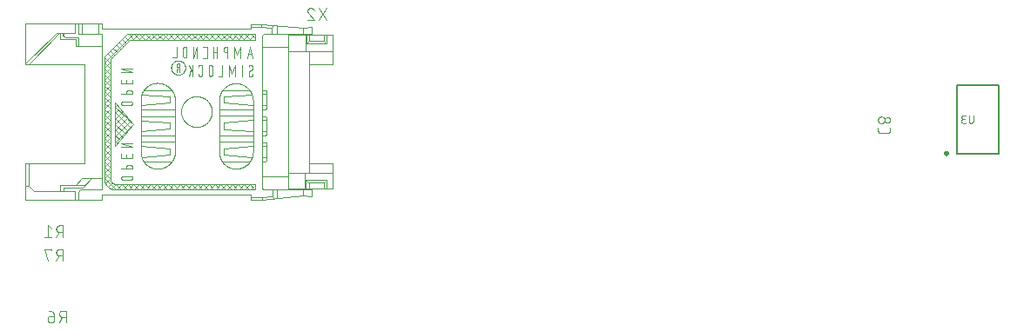
<source format=gbr>
G04 EAGLE Gerber RS-274X export*
G75*
%MOMM*%
%FSLAX34Y34*%
%LPD*%
%INSilkscreen Bottom*%
%IPPOS*%
%AMOC8*
5,1,8,0,0,1.08239X$1,22.5*%
G01*
%ADD10C,0.250000*%
%ADD11C,0.150000*%
%ADD12C,0.076200*%
%ADD13C,0.101600*%


D10*
X896800Y295700D02*
X896802Y295770D01*
X896808Y295840D01*
X896818Y295909D01*
X896831Y295978D01*
X896849Y296046D01*
X896870Y296113D01*
X896895Y296178D01*
X896924Y296242D01*
X896956Y296305D01*
X896992Y296365D01*
X897031Y296423D01*
X897073Y296479D01*
X897118Y296533D01*
X897166Y296584D01*
X897217Y296632D01*
X897271Y296677D01*
X897327Y296719D01*
X897385Y296758D01*
X897445Y296794D01*
X897508Y296826D01*
X897572Y296855D01*
X897637Y296880D01*
X897704Y296901D01*
X897772Y296919D01*
X897841Y296932D01*
X897910Y296942D01*
X897980Y296948D01*
X898050Y296950D01*
X898120Y296948D01*
X898190Y296942D01*
X898259Y296932D01*
X898328Y296919D01*
X898396Y296901D01*
X898463Y296880D01*
X898528Y296855D01*
X898592Y296826D01*
X898655Y296794D01*
X898715Y296758D01*
X898773Y296719D01*
X898829Y296677D01*
X898883Y296632D01*
X898934Y296584D01*
X898982Y296533D01*
X899027Y296479D01*
X899069Y296423D01*
X899108Y296365D01*
X899144Y296305D01*
X899176Y296242D01*
X899205Y296178D01*
X899230Y296113D01*
X899251Y296046D01*
X899269Y295978D01*
X899282Y295909D01*
X899292Y295840D01*
X899298Y295770D01*
X899300Y295700D01*
X899298Y295630D01*
X899292Y295560D01*
X899282Y295491D01*
X899269Y295422D01*
X899251Y295354D01*
X899230Y295287D01*
X899205Y295222D01*
X899176Y295158D01*
X899144Y295095D01*
X899108Y295035D01*
X899069Y294977D01*
X899027Y294921D01*
X898982Y294867D01*
X898934Y294816D01*
X898883Y294768D01*
X898829Y294723D01*
X898773Y294681D01*
X898715Y294642D01*
X898655Y294606D01*
X898592Y294574D01*
X898528Y294545D01*
X898463Y294520D01*
X898396Y294499D01*
X898328Y294481D01*
X898259Y294468D01*
X898190Y294458D01*
X898120Y294452D01*
X898050Y294450D01*
X897980Y294452D01*
X897910Y294458D01*
X897841Y294468D01*
X897772Y294481D01*
X897704Y294499D01*
X897637Y294520D01*
X897572Y294545D01*
X897508Y294574D01*
X897445Y294606D01*
X897385Y294642D01*
X897327Y294681D01*
X897271Y294723D01*
X897217Y294768D01*
X897166Y294816D01*
X897118Y294867D01*
X897073Y294921D01*
X897031Y294977D01*
X896992Y295035D01*
X896956Y295095D01*
X896924Y295158D01*
X896895Y295222D01*
X896870Y295287D01*
X896849Y295354D01*
X896831Y295422D01*
X896818Y295491D01*
X896808Y295560D01*
X896802Y295630D01*
X896800Y295700D01*
D11*
X908300Y295200D02*
X908300Y362200D01*
X949300Y362200D02*
X949300Y295200D01*
X908300Y295200D01*
X908300Y362200D02*
X949300Y362200D01*
D12*
X924132Y332129D02*
X924132Y326902D01*
X924133Y326902D02*
X924131Y326813D01*
X924125Y326724D01*
X924115Y326636D01*
X924102Y326548D01*
X924084Y326461D01*
X924063Y326374D01*
X924037Y326289D01*
X924008Y326205D01*
X923976Y326122D01*
X923939Y326041D01*
X923899Y325961D01*
X923856Y325884D01*
X923809Y325808D01*
X923759Y325734D01*
X923706Y325663D01*
X923650Y325594D01*
X923590Y325528D01*
X923528Y325464D01*
X923463Y325404D01*
X923396Y325346D01*
X923326Y325291D01*
X923253Y325239D01*
X923178Y325191D01*
X923102Y325146D01*
X923023Y325104D01*
X922943Y325066D01*
X922861Y325032D01*
X922777Y325001D01*
X922692Y324974D01*
X922607Y324950D01*
X922520Y324931D01*
X922432Y324915D01*
X922344Y324903D01*
X922255Y324895D01*
X922166Y324891D01*
X922078Y324891D01*
X921989Y324895D01*
X921900Y324903D01*
X921812Y324915D01*
X921724Y324931D01*
X921637Y324950D01*
X921552Y324974D01*
X921467Y325001D01*
X921383Y325032D01*
X921301Y325066D01*
X921221Y325104D01*
X921142Y325146D01*
X921066Y325191D01*
X920991Y325239D01*
X920918Y325291D01*
X920848Y325346D01*
X920781Y325404D01*
X920716Y325464D01*
X920654Y325528D01*
X920594Y325594D01*
X920538Y325663D01*
X920485Y325734D01*
X920435Y325808D01*
X920388Y325884D01*
X920345Y325961D01*
X920305Y326041D01*
X920268Y326122D01*
X920236Y326205D01*
X920207Y326289D01*
X920181Y326374D01*
X920160Y326461D01*
X920142Y326548D01*
X920129Y326636D01*
X920119Y326724D01*
X920113Y326813D01*
X920111Y326902D01*
X920111Y332129D01*
X916692Y324891D02*
X914682Y324891D01*
X914593Y324893D01*
X914504Y324899D01*
X914416Y324909D01*
X914328Y324922D01*
X914241Y324940D01*
X914154Y324961D01*
X914069Y324987D01*
X913985Y325016D01*
X913902Y325048D01*
X913821Y325085D01*
X913741Y325125D01*
X913664Y325168D01*
X913588Y325215D01*
X913514Y325265D01*
X913443Y325318D01*
X913374Y325374D01*
X913308Y325434D01*
X913244Y325496D01*
X913184Y325561D01*
X913126Y325628D01*
X913071Y325698D01*
X913019Y325771D01*
X912971Y325846D01*
X912926Y325922D01*
X912884Y326001D01*
X912846Y326081D01*
X912812Y326163D01*
X912781Y326247D01*
X912754Y326332D01*
X912730Y326417D01*
X912711Y326504D01*
X912695Y326592D01*
X912683Y326680D01*
X912675Y326769D01*
X912671Y326858D01*
X912671Y326946D01*
X912675Y327035D01*
X912683Y327124D01*
X912695Y327212D01*
X912711Y327300D01*
X912730Y327387D01*
X912754Y327472D01*
X912781Y327557D01*
X912812Y327641D01*
X912846Y327723D01*
X912884Y327803D01*
X912926Y327882D01*
X912971Y327958D01*
X913019Y328033D01*
X913071Y328106D01*
X913126Y328176D01*
X913184Y328243D01*
X913244Y328308D01*
X913308Y328370D01*
X913374Y328430D01*
X913443Y328486D01*
X913514Y328539D01*
X913588Y328589D01*
X913664Y328636D01*
X913741Y328679D01*
X913821Y328719D01*
X913902Y328756D01*
X913985Y328788D01*
X914069Y328817D01*
X914154Y328843D01*
X914241Y328864D01*
X914328Y328882D01*
X914416Y328895D01*
X914504Y328905D01*
X914593Y328911D01*
X914682Y328913D01*
X914279Y332129D02*
X916692Y332129D01*
X914279Y332129D02*
X914200Y332127D01*
X914121Y332121D01*
X914043Y332112D01*
X913965Y332098D01*
X913888Y332081D01*
X913812Y332060D01*
X913737Y332035D01*
X913664Y332007D01*
X913591Y331975D01*
X913521Y331939D01*
X913452Y331900D01*
X913386Y331858D01*
X913321Y331813D01*
X913259Y331764D01*
X913199Y331712D01*
X913142Y331658D01*
X913088Y331601D01*
X913036Y331541D01*
X912987Y331479D01*
X912942Y331414D01*
X912900Y331348D01*
X912861Y331279D01*
X912825Y331209D01*
X912793Y331136D01*
X912765Y331063D01*
X912740Y330988D01*
X912719Y330912D01*
X912702Y330835D01*
X912688Y330757D01*
X912679Y330679D01*
X912673Y330600D01*
X912671Y330521D01*
X912673Y330442D01*
X912679Y330363D01*
X912688Y330285D01*
X912702Y330207D01*
X912719Y330130D01*
X912740Y330054D01*
X912765Y329979D01*
X912793Y329906D01*
X912825Y329833D01*
X912861Y329763D01*
X912900Y329694D01*
X912942Y329628D01*
X912987Y329563D01*
X913036Y329501D01*
X913088Y329441D01*
X913142Y329384D01*
X913199Y329330D01*
X913259Y329278D01*
X913321Y329229D01*
X913386Y329184D01*
X913452Y329142D01*
X913521Y329103D01*
X913591Y329067D01*
X913664Y329035D01*
X913737Y329007D01*
X913812Y328982D01*
X913888Y328961D01*
X913965Y328944D01*
X914043Y328930D01*
X914121Y328921D01*
X914200Y328915D01*
X914279Y328913D01*
X914279Y328912D02*
X915888Y328912D01*
D13*
X831658Y320286D02*
X831658Y317689D01*
X831660Y317590D01*
X831666Y317490D01*
X831675Y317391D01*
X831688Y317293D01*
X831705Y317195D01*
X831726Y317097D01*
X831751Y317001D01*
X831779Y316906D01*
X831811Y316812D01*
X831846Y316719D01*
X831885Y316627D01*
X831928Y316537D01*
X831973Y316449D01*
X832023Y316362D01*
X832075Y316278D01*
X832131Y316195D01*
X832189Y316115D01*
X832251Y316037D01*
X832316Y315962D01*
X832384Y315889D01*
X832454Y315819D01*
X832527Y315751D01*
X832602Y315686D01*
X832680Y315624D01*
X832760Y315566D01*
X832843Y315510D01*
X832927Y315458D01*
X833014Y315408D01*
X833102Y315363D01*
X833192Y315320D01*
X833284Y315281D01*
X833377Y315246D01*
X833471Y315214D01*
X833566Y315186D01*
X833662Y315161D01*
X833760Y315140D01*
X833858Y315123D01*
X833956Y315110D01*
X834055Y315101D01*
X834155Y315095D01*
X834254Y315093D01*
X840746Y315093D01*
X840845Y315095D01*
X840945Y315101D01*
X841044Y315110D01*
X841142Y315123D01*
X841240Y315140D01*
X841338Y315161D01*
X841434Y315186D01*
X841529Y315214D01*
X841623Y315246D01*
X841716Y315281D01*
X841808Y315320D01*
X841898Y315363D01*
X841986Y315408D01*
X842073Y315458D01*
X842157Y315510D01*
X842240Y315566D01*
X842320Y315624D01*
X842398Y315686D01*
X842473Y315751D01*
X842546Y315819D01*
X842616Y315889D01*
X842684Y315962D01*
X842749Y316037D01*
X842811Y316115D01*
X842869Y316195D01*
X842925Y316278D01*
X842977Y316362D01*
X843027Y316449D01*
X843072Y316537D01*
X843115Y316627D01*
X843154Y316719D01*
X843189Y316811D01*
X843221Y316906D01*
X843249Y317001D01*
X843274Y317097D01*
X843295Y317195D01*
X843312Y317293D01*
X843325Y317391D01*
X843334Y317490D01*
X843340Y317590D01*
X843342Y317689D01*
X843342Y320286D01*
X834904Y324650D02*
X835017Y324652D01*
X835130Y324658D01*
X835243Y324668D01*
X835356Y324682D01*
X835468Y324699D01*
X835579Y324721D01*
X835689Y324746D01*
X835799Y324776D01*
X835907Y324809D01*
X836014Y324846D01*
X836120Y324886D01*
X836224Y324931D01*
X836327Y324979D01*
X836428Y325030D01*
X836527Y325085D01*
X836624Y325143D01*
X836719Y325205D01*
X836812Y325270D01*
X836902Y325338D01*
X836990Y325409D01*
X837076Y325484D01*
X837159Y325561D01*
X837239Y325641D01*
X837316Y325724D01*
X837391Y325810D01*
X837462Y325898D01*
X837530Y325988D01*
X837595Y326081D01*
X837657Y326176D01*
X837715Y326273D01*
X837770Y326372D01*
X837821Y326473D01*
X837869Y326576D01*
X837914Y326680D01*
X837954Y326786D01*
X837991Y326893D01*
X838024Y327001D01*
X838054Y327111D01*
X838079Y327221D01*
X838101Y327332D01*
X838118Y327444D01*
X838132Y327557D01*
X838142Y327670D01*
X838148Y327783D01*
X838150Y327896D01*
X838148Y328009D01*
X838142Y328122D01*
X838132Y328235D01*
X838118Y328348D01*
X838101Y328460D01*
X838079Y328571D01*
X838054Y328681D01*
X838024Y328791D01*
X837991Y328899D01*
X837954Y329006D01*
X837914Y329112D01*
X837869Y329216D01*
X837821Y329319D01*
X837770Y329420D01*
X837715Y329519D01*
X837657Y329616D01*
X837595Y329711D01*
X837530Y329804D01*
X837462Y329894D01*
X837391Y329982D01*
X837316Y330068D01*
X837239Y330151D01*
X837159Y330231D01*
X837076Y330308D01*
X836990Y330383D01*
X836902Y330454D01*
X836812Y330522D01*
X836719Y330587D01*
X836624Y330649D01*
X836527Y330707D01*
X836428Y330762D01*
X836327Y330813D01*
X836224Y330861D01*
X836120Y330906D01*
X836014Y330946D01*
X835907Y330983D01*
X835799Y331016D01*
X835689Y331046D01*
X835579Y331071D01*
X835468Y331093D01*
X835356Y331110D01*
X835243Y331124D01*
X835130Y331134D01*
X835017Y331140D01*
X834904Y331142D01*
X834791Y331140D01*
X834678Y331134D01*
X834565Y331124D01*
X834452Y331110D01*
X834340Y331093D01*
X834229Y331071D01*
X834119Y331046D01*
X834009Y331016D01*
X833901Y330983D01*
X833794Y330946D01*
X833688Y330906D01*
X833584Y330861D01*
X833481Y330813D01*
X833380Y330762D01*
X833281Y330707D01*
X833184Y330649D01*
X833089Y330587D01*
X832996Y330522D01*
X832906Y330454D01*
X832818Y330383D01*
X832732Y330308D01*
X832649Y330231D01*
X832569Y330151D01*
X832492Y330068D01*
X832417Y329982D01*
X832346Y329894D01*
X832278Y329804D01*
X832213Y329711D01*
X832151Y329616D01*
X832093Y329519D01*
X832038Y329420D01*
X831987Y329319D01*
X831939Y329216D01*
X831894Y329112D01*
X831854Y329006D01*
X831817Y328899D01*
X831784Y328791D01*
X831754Y328681D01*
X831729Y328571D01*
X831707Y328460D01*
X831690Y328348D01*
X831676Y328235D01*
X831666Y328122D01*
X831660Y328009D01*
X831658Y327896D01*
X831660Y327783D01*
X831666Y327670D01*
X831676Y327557D01*
X831690Y327444D01*
X831707Y327332D01*
X831729Y327221D01*
X831754Y327111D01*
X831784Y327001D01*
X831817Y326893D01*
X831854Y326786D01*
X831894Y326680D01*
X831939Y326576D01*
X831987Y326473D01*
X832038Y326372D01*
X832093Y326273D01*
X832151Y326176D01*
X832213Y326081D01*
X832278Y325988D01*
X832346Y325898D01*
X832417Y325810D01*
X832492Y325724D01*
X832569Y325641D01*
X832649Y325561D01*
X832732Y325484D01*
X832818Y325409D01*
X832906Y325338D01*
X832996Y325270D01*
X833089Y325205D01*
X833184Y325143D01*
X833281Y325085D01*
X833380Y325030D01*
X833481Y324979D01*
X833584Y324931D01*
X833688Y324886D01*
X833794Y324846D01*
X833901Y324809D01*
X834009Y324776D01*
X834119Y324746D01*
X834229Y324721D01*
X834340Y324699D01*
X834452Y324682D01*
X834565Y324668D01*
X834678Y324658D01*
X834791Y324652D01*
X834904Y324650D01*
X840746Y325300D02*
X840847Y325302D01*
X840947Y325308D01*
X841047Y325318D01*
X841147Y325331D01*
X841246Y325349D01*
X841345Y325370D01*
X841442Y325395D01*
X841539Y325424D01*
X841634Y325457D01*
X841728Y325493D01*
X841820Y325533D01*
X841911Y325576D01*
X842000Y325623D01*
X842087Y325673D01*
X842173Y325727D01*
X842256Y325784D01*
X842336Y325844D01*
X842415Y325907D01*
X842491Y325974D01*
X842564Y326043D01*
X842634Y326115D01*
X842702Y326189D01*
X842767Y326266D01*
X842828Y326346D01*
X842887Y326428D01*
X842942Y326512D01*
X842994Y326598D01*
X843043Y326686D01*
X843088Y326776D01*
X843130Y326868D01*
X843168Y326961D01*
X843202Y327056D01*
X843233Y327151D01*
X843260Y327248D01*
X843283Y327346D01*
X843303Y327445D01*
X843318Y327545D01*
X843330Y327645D01*
X843338Y327745D01*
X843342Y327846D01*
X843342Y327946D01*
X843338Y328047D01*
X843330Y328147D01*
X843318Y328247D01*
X843303Y328347D01*
X843283Y328446D01*
X843260Y328544D01*
X843233Y328641D01*
X843202Y328736D01*
X843168Y328831D01*
X843130Y328924D01*
X843088Y329016D01*
X843043Y329106D01*
X842994Y329194D01*
X842942Y329280D01*
X842887Y329364D01*
X842828Y329446D01*
X842767Y329526D01*
X842702Y329603D01*
X842634Y329677D01*
X842564Y329749D01*
X842491Y329818D01*
X842415Y329885D01*
X842336Y329948D01*
X842256Y330008D01*
X842173Y330065D01*
X842087Y330119D01*
X842000Y330169D01*
X841911Y330216D01*
X841820Y330259D01*
X841728Y330299D01*
X841634Y330335D01*
X841539Y330368D01*
X841442Y330397D01*
X841345Y330422D01*
X841246Y330443D01*
X841147Y330461D01*
X841047Y330474D01*
X840947Y330484D01*
X840847Y330490D01*
X840746Y330492D01*
X840645Y330490D01*
X840545Y330484D01*
X840445Y330474D01*
X840345Y330461D01*
X840246Y330443D01*
X840147Y330422D01*
X840050Y330397D01*
X839953Y330368D01*
X839858Y330335D01*
X839764Y330299D01*
X839672Y330259D01*
X839581Y330216D01*
X839492Y330169D01*
X839405Y330119D01*
X839319Y330065D01*
X839236Y330008D01*
X839156Y329948D01*
X839077Y329885D01*
X839001Y329818D01*
X838928Y329749D01*
X838858Y329677D01*
X838790Y329603D01*
X838725Y329526D01*
X838664Y329446D01*
X838605Y329364D01*
X838550Y329280D01*
X838498Y329194D01*
X838449Y329106D01*
X838404Y329016D01*
X838362Y328924D01*
X838324Y328831D01*
X838290Y328736D01*
X838259Y328641D01*
X838232Y328544D01*
X838209Y328446D01*
X838189Y328347D01*
X838174Y328247D01*
X838162Y328147D01*
X838154Y328047D01*
X838150Y327946D01*
X838150Y327846D01*
X838154Y327745D01*
X838162Y327645D01*
X838174Y327545D01*
X838189Y327445D01*
X838209Y327346D01*
X838232Y327248D01*
X838259Y327151D01*
X838290Y327056D01*
X838324Y326961D01*
X838362Y326868D01*
X838404Y326776D01*
X838449Y326686D01*
X838498Y326598D01*
X838550Y326512D01*
X838605Y326428D01*
X838664Y326346D01*
X838725Y326266D01*
X838790Y326189D01*
X838858Y326115D01*
X838928Y326043D01*
X839001Y325974D01*
X839077Y325907D01*
X839156Y325844D01*
X839236Y325784D01*
X839319Y325727D01*
X839405Y325673D01*
X839492Y325623D01*
X839581Y325576D01*
X839672Y325533D01*
X839764Y325493D01*
X839858Y325457D01*
X839953Y325424D01*
X840050Y325395D01*
X840147Y325370D01*
X840246Y325349D01*
X840345Y325331D01*
X840445Y325318D01*
X840545Y325308D01*
X840645Y325302D01*
X840746Y325300D01*
X42005Y142142D02*
X42005Y130458D01*
X42005Y142142D02*
X38760Y142142D01*
X38647Y142140D01*
X38534Y142134D01*
X38421Y142124D01*
X38308Y142110D01*
X38196Y142093D01*
X38085Y142071D01*
X37975Y142046D01*
X37865Y142016D01*
X37757Y141983D01*
X37650Y141946D01*
X37544Y141906D01*
X37440Y141861D01*
X37337Y141813D01*
X37236Y141762D01*
X37137Y141707D01*
X37040Y141649D01*
X36945Y141587D01*
X36852Y141522D01*
X36762Y141454D01*
X36674Y141383D01*
X36588Y141308D01*
X36505Y141231D01*
X36425Y141151D01*
X36348Y141068D01*
X36273Y140982D01*
X36202Y140894D01*
X36134Y140804D01*
X36069Y140711D01*
X36007Y140616D01*
X35949Y140519D01*
X35894Y140420D01*
X35843Y140319D01*
X35795Y140216D01*
X35750Y140112D01*
X35710Y140006D01*
X35673Y139899D01*
X35640Y139791D01*
X35610Y139681D01*
X35585Y139571D01*
X35563Y139460D01*
X35546Y139348D01*
X35532Y139235D01*
X35522Y139122D01*
X35516Y139009D01*
X35514Y138896D01*
X35516Y138783D01*
X35522Y138670D01*
X35532Y138557D01*
X35546Y138444D01*
X35563Y138332D01*
X35585Y138221D01*
X35610Y138111D01*
X35640Y138001D01*
X35673Y137893D01*
X35710Y137786D01*
X35750Y137680D01*
X35795Y137576D01*
X35843Y137473D01*
X35894Y137372D01*
X35949Y137273D01*
X36007Y137176D01*
X36069Y137081D01*
X36134Y136988D01*
X36202Y136898D01*
X36273Y136810D01*
X36348Y136724D01*
X36425Y136641D01*
X36505Y136561D01*
X36588Y136484D01*
X36674Y136409D01*
X36762Y136338D01*
X36852Y136270D01*
X36945Y136205D01*
X37040Y136143D01*
X37137Y136085D01*
X37236Y136030D01*
X37337Y135979D01*
X37440Y135931D01*
X37544Y135886D01*
X37650Y135846D01*
X37757Y135809D01*
X37865Y135776D01*
X37975Y135746D01*
X38085Y135721D01*
X38196Y135699D01*
X38308Y135682D01*
X38421Y135668D01*
X38534Y135658D01*
X38647Y135652D01*
X38760Y135650D01*
X38760Y135651D02*
X42005Y135651D01*
X38111Y135651D02*
X35514Y130458D01*
X30649Y136949D02*
X26754Y136949D01*
X26655Y136947D01*
X26555Y136941D01*
X26456Y136932D01*
X26358Y136919D01*
X26260Y136902D01*
X26162Y136881D01*
X26066Y136856D01*
X25971Y136828D01*
X25877Y136796D01*
X25784Y136761D01*
X25692Y136722D01*
X25602Y136679D01*
X25514Y136634D01*
X25427Y136584D01*
X25343Y136532D01*
X25260Y136476D01*
X25180Y136418D01*
X25102Y136356D01*
X25027Y136291D01*
X24954Y136223D01*
X24884Y136153D01*
X24816Y136080D01*
X24751Y136005D01*
X24689Y135927D01*
X24631Y135847D01*
X24575Y135764D01*
X24523Y135680D01*
X24473Y135593D01*
X24428Y135505D01*
X24385Y135415D01*
X24346Y135323D01*
X24311Y135230D01*
X24279Y135136D01*
X24251Y135041D01*
X24226Y134945D01*
X24205Y134847D01*
X24188Y134749D01*
X24175Y134651D01*
X24166Y134552D01*
X24160Y134452D01*
X24158Y134353D01*
X24158Y133704D01*
X24160Y133591D01*
X24166Y133478D01*
X24176Y133365D01*
X24190Y133252D01*
X24207Y133140D01*
X24229Y133029D01*
X24254Y132919D01*
X24284Y132809D01*
X24317Y132701D01*
X24354Y132594D01*
X24394Y132488D01*
X24439Y132384D01*
X24487Y132281D01*
X24538Y132180D01*
X24593Y132081D01*
X24651Y131984D01*
X24713Y131889D01*
X24778Y131796D01*
X24846Y131706D01*
X24917Y131618D01*
X24992Y131532D01*
X25069Y131449D01*
X25149Y131369D01*
X25232Y131292D01*
X25318Y131217D01*
X25406Y131146D01*
X25496Y131078D01*
X25589Y131013D01*
X25684Y130951D01*
X25781Y130893D01*
X25880Y130838D01*
X25981Y130787D01*
X26084Y130739D01*
X26188Y130694D01*
X26294Y130654D01*
X26401Y130617D01*
X26509Y130584D01*
X26619Y130554D01*
X26729Y130529D01*
X26840Y130507D01*
X26952Y130490D01*
X27065Y130476D01*
X27178Y130466D01*
X27291Y130460D01*
X27404Y130458D01*
X27517Y130460D01*
X27630Y130466D01*
X27743Y130476D01*
X27856Y130490D01*
X27968Y130507D01*
X28079Y130529D01*
X28189Y130554D01*
X28299Y130584D01*
X28407Y130617D01*
X28514Y130654D01*
X28620Y130694D01*
X28724Y130739D01*
X28827Y130787D01*
X28928Y130838D01*
X29027Y130893D01*
X29124Y130951D01*
X29219Y131013D01*
X29312Y131078D01*
X29402Y131146D01*
X29490Y131217D01*
X29576Y131292D01*
X29659Y131369D01*
X29739Y131449D01*
X29816Y131532D01*
X29891Y131618D01*
X29962Y131706D01*
X30030Y131796D01*
X30095Y131889D01*
X30157Y131984D01*
X30215Y132081D01*
X30270Y132180D01*
X30321Y132281D01*
X30369Y132384D01*
X30414Y132488D01*
X30454Y132594D01*
X30491Y132701D01*
X30524Y132809D01*
X30554Y132919D01*
X30579Y133029D01*
X30601Y133140D01*
X30618Y133252D01*
X30632Y133365D01*
X30642Y133478D01*
X30648Y133591D01*
X30650Y133704D01*
X30649Y133704D02*
X30649Y136949D01*
X30647Y137092D01*
X30641Y137235D01*
X30631Y137378D01*
X30617Y137520D01*
X30600Y137662D01*
X30578Y137804D01*
X30553Y137945D01*
X30523Y138085D01*
X30490Y138224D01*
X30453Y138362D01*
X30412Y138499D01*
X30368Y138635D01*
X30319Y138770D01*
X30267Y138903D01*
X30212Y139035D01*
X30152Y139165D01*
X30089Y139294D01*
X30023Y139421D01*
X29953Y139546D01*
X29880Y139668D01*
X29803Y139789D01*
X29723Y139908D01*
X29640Y140024D01*
X29554Y140139D01*
X29465Y140250D01*
X29372Y140360D01*
X29277Y140466D01*
X29178Y140570D01*
X29077Y140671D01*
X28973Y140770D01*
X28867Y140865D01*
X28757Y140958D01*
X28646Y141047D01*
X28531Y141133D01*
X28415Y141216D01*
X28296Y141296D01*
X28175Y141373D01*
X28053Y141446D01*
X27928Y141516D01*
X27801Y141582D01*
X27672Y141645D01*
X27542Y141705D01*
X27410Y141760D01*
X27277Y141812D01*
X27142Y141861D01*
X27006Y141905D01*
X26869Y141946D01*
X26731Y141983D01*
X26592Y142016D01*
X26452Y142046D01*
X26311Y142071D01*
X26169Y142093D01*
X26027Y142110D01*
X25885Y142124D01*
X25742Y142134D01*
X25599Y142140D01*
X25456Y142142D01*
X39005Y190458D02*
X39005Y202142D01*
X35760Y202142D01*
X35647Y202140D01*
X35534Y202134D01*
X35421Y202124D01*
X35308Y202110D01*
X35196Y202093D01*
X35085Y202071D01*
X34975Y202046D01*
X34865Y202016D01*
X34757Y201983D01*
X34650Y201946D01*
X34544Y201906D01*
X34440Y201861D01*
X34337Y201813D01*
X34236Y201762D01*
X34137Y201707D01*
X34040Y201649D01*
X33945Y201587D01*
X33852Y201522D01*
X33762Y201454D01*
X33674Y201383D01*
X33588Y201308D01*
X33505Y201231D01*
X33425Y201151D01*
X33348Y201068D01*
X33273Y200982D01*
X33202Y200894D01*
X33134Y200804D01*
X33069Y200711D01*
X33007Y200616D01*
X32949Y200519D01*
X32894Y200420D01*
X32843Y200319D01*
X32795Y200216D01*
X32750Y200112D01*
X32710Y200006D01*
X32673Y199899D01*
X32640Y199791D01*
X32610Y199681D01*
X32585Y199571D01*
X32563Y199460D01*
X32546Y199348D01*
X32532Y199235D01*
X32522Y199122D01*
X32516Y199009D01*
X32514Y198896D01*
X32516Y198783D01*
X32522Y198670D01*
X32532Y198557D01*
X32546Y198444D01*
X32563Y198332D01*
X32585Y198221D01*
X32610Y198111D01*
X32640Y198001D01*
X32673Y197893D01*
X32710Y197786D01*
X32750Y197680D01*
X32795Y197576D01*
X32843Y197473D01*
X32894Y197372D01*
X32949Y197273D01*
X33007Y197176D01*
X33069Y197081D01*
X33134Y196988D01*
X33202Y196898D01*
X33273Y196810D01*
X33348Y196724D01*
X33425Y196641D01*
X33505Y196561D01*
X33588Y196484D01*
X33674Y196409D01*
X33762Y196338D01*
X33852Y196270D01*
X33945Y196205D01*
X34040Y196143D01*
X34137Y196085D01*
X34236Y196030D01*
X34337Y195979D01*
X34440Y195931D01*
X34544Y195886D01*
X34650Y195846D01*
X34757Y195809D01*
X34865Y195776D01*
X34975Y195746D01*
X35085Y195721D01*
X35196Y195699D01*
X35308Y195682D01*
X35421Y195668D01*
X35534Y195658D01*
X35647Y195652D01*
X35760Y195650D01*
X35760Y195651D02*
X39005Y195651D01*
X35111Y195651D02*
X32514Y190458D01*
X27649Y200844D02*
X27649Y202142D01*
X21158Y202142D01*
X24404Y190458D01*
X154078Y336000D02*
X154082Y336366D01*
X154096Y336732D01*
X154118Y337098D01*
X154150Y337463D01*
X154190Y337827D01*
X154240Y338190D01*
X154298Y338551D01*
X154365Y338911D01*
X154441Y339269D01*
X154525Y339626D01*
X154619Y339980D01*
X154721Y340332D01*
X154831Y340681D01*
X154950Y341027D01*
X155078Y341370D01*
X155214Y341710D01*
X155358Y342047D01*
X155511Y342380D01*
X155671Y342709D01*
X155840Y343034D01*
X156017Y343355D01*
X156201Y343671D01*
X156393Y343983D01*
X156593Y344290D01*
X156800Y344592D01*
X157015Y344889D01*
X157236Y345180D01*
X157465Y345466D01*
X157701Y345747D01*
X157944Y346021D01*
X158193Y346289D01*
X158449Y346551D01*
X158711Y346807D01*
X158979Y347056D01*
X159253Y347299D01*
X159534Y347535D01*
X159820Y347764D01*
X160111Y347985D01*
X160408Y348200D01*
X160710Y348407D01*
X161017Y348607D01*
X161329Y348799D01*
X161645Y348983D01*
X161966Y349160D01*
X162291Y349329D01*
X162620Y349489D01*
X162953Y349642D01*
X163290Y349786D01*
X163630Y349922D01*
X163973Y350050D01*
X164319Y350169D01*
X164668Y350279D01*
X165020Y350381D01*
X165374Y350475D01*
X165731Y350559D01*
X166089Y350635D01*
X166449Y350702D01*
X166810Y350760D01*
X167173Y350810D01*
X167537Y350850D01*
X167902Y350882D01*
X168268Y350904D01*
X168634Y350918D01*
X169000Y350922D01*
X169366Y350918D01*
X169732Y350904D01*
X170098Y350882D01*
X170463Y350850D01*
X170827Y350810D01*
X171190Y350760D01*
X171551Y350702D01*
X171911Y350635D01*
X172269Y350559D01*
X172626Y350475D01*
X172980Y350381D01*
X173332Y350279D01*
X173681Y350169D01*
X174027Y350050D01*
X174370Y349922D01*
X174710Y349786D01*
X175047Y349642D01*
X175380Y349489D01*
X175709Y349329D01*
X176034Y349160D01*
X176355Y348983D01*
X176671Y348799D01*
X176983Y348607D01*
X177290Y348407D01*
X177592Y348200D01*
X177889Y347985D01*
X178180Y347764D01*
X178466Y347535D01*
X178747Y347299D01*
X179021Y347056D01*
X179289Y346807D01*
X179551Y346551D01*
X179807Y346289D01*
X180056Y346021D01*
X180299Y345747D01*
X180535Y345466D01*
X180764Y345180D01*
X180985Y344889D01*
X181200Y344592D01*
X181407Y344290D01*
X181607Y343983D01*
X181799Y343671D01*
X181983Y343355D01*
X182160Y343034D01*
X182329Y342709D01*
X182489Y342380D01*
X182642Y342047D01*
X182786Y341710D01*
X182922Y341370D01*
X183050Y341027D01*
X183169Y340681D01*
X183279Y340332D01*
X183381Y339980D01*
X183475Y339626D01*
X183559Y339269D01*
X183635Y338911D01*
X183702Y338551D01*
X183760Y338190D01*
X183810Y337827D01*
X183850Y337463D01*
X183882Y337098D01*
X183904Y336732D01*
X183918Y336366D01*
X183922Y336000D01*
X183918Y335634D01*
X183904Y335268D01*
X183882Y334902D01*
X183850Y334537D01*
X183810Y334173D01*
X183760Y333810D01*
X183702Y333449D01*
X183635Y333089D01*
X183559Y332731D01*
X183475Y332374D01*
X183381Y332020D01*
X183279Y331668D01*
X183169Y331319D01*
X183050Y330973D01*
X182922Y330630D01*
X182786Y330290D01*
X182642Y329953D01*
X182489Y329620D01*
X182329Y329291D01*
X182160Y328966D01*
X181983Y328645D01*
X181799Y328329D01*
X181607Y328017D01*
X181407Y327710D01*
X181200Y327408D01*
X180985Y327111D01*
X180764Y326820D01*
X180535Y326534D01*
X180299Y326253D01*
X180056Y325979D01*
X179807Y325711D01*
X179551Y325449D01*
X179289Y325193D01*
X179021Y324944D01*
X178747Y324701D01*
X178466Y324465D01*
X178180Y324236D01*
X177889Y324015D01*
X177592Y323800D01*
X177290Y323593D01*
X176983Y323393D01*
X176671Y323201D01*
X176355Y323017D01*
X176034Y322840D01*
X175709Y322671D01*
X175380Y322511D01*
X175047Y322358D01*
X174710Y322214D01*
X174370Y322078D01*
X174027Y321950D01*
X173681Y321831D01*
X173332Y321721D01*
X172980Y321619D01*
X172626Y321525D01*
X172269Y321441D01*
X171911Y321365D01*
X171551Y321298D01*
X171190Y321240D01*
X170827Y321190D01*
X170463Y321150D01*
X170098Y321118D01*
X169732Y321096D01*
X169366Y321082D01*
X169000Y321078D01*
X168634Y321082D01*
X168268Y321096D01*
X167902Y321118D01*
X167537Y321150D01*
X167173Y321190D01*
X166810Y321240D01*
X166449Y321298D01*
X166089Y321365D01*
X165731Y321441D01*
X165374Y321525D01*
X165020Y321619D01*
X164668Y321721D01*
X164319Y321831D01*
X163973Y321950D01*
X163630Y322078D01*
X163290Y322214D01*
X162953Y322358D01*
X162620Y322511D01*
X162291Y322671D01*
X161966Y322840D01*
X161645Y323017D01*
X161329Y323201D01*
X161017Y323393D01*
X160710Y323593D01*
X160408Y323800D01*
X160111Y324015D01*
X159820Y324236D01*
X159534Y324465D01*
X159253Y324701D01*
X158979Y324944D01*
X158711Y325193D01*
X158449Y325449D01*
X158193Y325711D01*
X157944Y325979D01*
X157701Y326253D01*
X157465Y326534D01*
X157236Y326820D01*
X157015Y327111D01*
X156800Y327408D01*
X156593Y327710D01*
X156393Y328017D01*
X156201Y328329D01*
X156017Y328645D01*
X155840Y328966D01*
X155671Y329291D01*
X155511Y329620D01*
X155358Y329953D01*
X155214Y330290D01*
X155078Y330630D01*
X154950Y330973D01*
X154831Y331319D01*
X154721Y331668D01*
X154619Y332020D01*
X154525Y332374D01*
X154441Y332731D01*
X154365Y333089D01*
X154298Y333449D01*
X154240Y333810D01*
X154190Y334173D01*
X154150Y334537D01*
X154118Y334902D01*
X154096Y335268D01*
X154082Y335634D01*
X154078Y336000D01*
X144271Y378897D02*
X144273Y379067D01*
X144279Y379236D01*
X144290Y379406D01*
X144304Y379575D01*
X144323Y379744D01*
X144346Y379912D01*
X144373Y380079D01*
X144404Y380246D01*
X144439Y380412D01*
X144478Y380577D01*
X144522Y380742D01*
X144569Y380905D01*
X144620Y381066D01*
X144675Y381227D01*
X144734Y381386D01*
X144797Y381544D01*
X144864Y381700D01*
X144935Y381854D01*
X145009Y382007D01*
X145088Y382157D01*
X145169Y382306D01*
X145255Y382453D01*
X145344Y382597D01*
X145437Y382739D01*
X145533Y382879D01*
X145632Y383017D01*
X145735Y383152D01*
X145841Y383284D01*
X145950Y383414D01*
X146063Y383542D01*
X146178Y383666D01*
X146297Y383787D01*
X146418Y383906D01*
X146542Y384021D01*
X146670Y384134D01*
X146800Y384243D01*
X146932Y384349D01*
X147067Y384452D01*
X147205Y384551D01*
X147345Y384647D01*
X147487Y384740D01*
X147631Y384829D01*
X147778Y384915D01*
X147927Y384996D01*
X148077Y385075D01*
X148230Y385149D01*
X148384Y385220D01*
X148540Y385287D01*
X148698Y385350D01*
X148857Y385409D01*
X149018Y385464D01*
X149179Y385515D01*
X149342Y385562D01*
X149507Y385606D01*
X149672Y385645D01*
X149838Y385680D01*
X150005Y385711D01*
X150172Y385738D01*
X150340Y385761D01*
X150509Y385780D01*
X150678Y385794D01*
X150848Y385805D01*
X151017Y385811D01*
X151187Y385813D01*
X151357Y385811D01*
X151526Y385805D01*
X151696Y385794D01*
X151865Y385780D01*
X152034Y385761D01*
X152202Y385738D01*
X152369Y385711D01*
X152536Y385680D01*
X152702Y385645D01*
X152867Y385606D01*
X153032Y385562D01*
X153195Y385515D01*
X153356Y385464D01*
X153517Y385409D01*
X153676Y385350D01*
X153834Y385287D01*
X153990Y385220D01*
X154144Y385149D01*
X154297Y385075D01*
X154447Y384996D01*
X154596Y384915D01*
X154743Y384829D01*
X154887Y384740D01*
X155029Y384647D01*
X155169Y384551D01*
X155307Y384452D01*
X155442Y384349D01*
X155574Y384243D01*
X155704Y384134D01*
X155832Y384021D01*
X155956Y383906D01*
X156077Y383787D01*
X156196Y383666D01*
X156311Y383542D01*
X156424Y383414D01*
X156533Y383284D01*
X156639Y383152D01*
X156742Y383017D01*
X156841Y382879D01*
X156937Y382739D01*
X157030Y382597D01*
X157119Y382453D01*
X157205Y382306D01*
X157286Y382157D01*
X157365Y382007D01*
X157439Y381854D01*
X157510Y381700D01*
X157577Y381544D01*
X157640Y381386D01*
X157699Y381227D01*
X157754Y381066D01*
X157805Y380905D01*
X157852Y380742D01*
X157896Y380577D01*
X157935Y380412D01*
X157970Y380246D01*
X158001Y380079D01*
X158028Y379912D01*
X158051Y379744D01*
X158070Y379575D01*
X158084Y379406D01*
X158095Y379236D01*
X158101Y379067D01*
X158103Y378897D01*
X158101Y378727D01*
X158095Y378558D01*
X158084Y378388D01*
X158070Y378219D01*
X158051Y378050D01*
X158028Y377882D01*
X158001Y377715D01*
X157970Y377548D01*
X157935Y377382D01*
X157896Y377217D01*
X157852Y377052D01*
X157805Y376889D01*
X157754Y376728D01*
X157699Y376567D01*
X157640Y376408D01*
X157577Y376250D01*
X157510Y376094D01*
X157439Y375940D01*
X157365Y375787D01*
X157286Y375637D01*
X157205Y375488D01*
X157119Y375341D01*
X157030Y375197D01*
X156937Y375055D01*
X156841Y374915D01*
X156742Y374777D01*
X156639Y374642D01*
X156533Y374510D01*
X156424Y374380D01*
X156311Y374252D01*
X156196Y374128D01*
X156077Y374007D01*
X155956Y373888D01*
X155832Y373773D01*
X155704Y373660D01*
X155574Y373551D01*
X155442Y373445D01*
X155307Y373342D01*
X155169Y373243D01*
X155029Y373147D01*
X154887Y373054D01*
X154743Y372965D01*
X154596Y372879D01*
X154447Y372798D01*
X154297Y372719D01*
X154144Y372645D01*
X153990Y372574D01*
X153834Y372507D01*
X153676Y372444D01*
X153517Y372385D01*
X153356Y372330D01*
X153195Y372279D01*
X153032Y372232D01*
X152867Y372188D01*
X152702Y372149D01*
X152536Y372114D01*
X152369Y372083D01*
X152202Y372056D01*
X152034Y372033D01*
X151865Y372014D01*
X151696Y372000D01*
X151526Y371989D01*
X151357Y371983D01*
X151187Y371981D01*
X151017Y371983D01*
X150848Y371989D01*
X150678Y372000D01*
X150509Y372014D01*
X150340Y372033D01*
X150172Y372056D01*
X150005Y372083D01*
X149838Y372114D01*
X149672Y372149D01*
X149507Y372188D01*
X149342Y372232D01*
X149179Y372279D01*
X149018Y372330D01*
X148857Y372385D01*
X148698Y372444D01*
X148540Y372507D01*
X148384Y372574D01*
X148230Y372645D01*
X148077Y372719D01*
X147927Y372798D01*
X147778Y372879D01*
X147631Y372965D01*
X147487Y373054D01*
X147345Y373147D01*
X147205Y373243D01*
X147067Y373342D01*
X146932Y373445D01*
X146800Y373551D01*
X146670Y373660D01*
X146542Y373773D01*
X146418Y373888D01*
X146297Y374007D01*
X146178Y374128D01*
X146063Y374252D01*
X145950Y374380D01*
X145841Y374510D01*
X145735Y374642D01*
X145632Y374777D01*
X145533Y374915D01*
X145437Y375055D01*
X145344Y375197D01*
X145255Y375341D01*
X145169Y375488D01*
X145088Y375637D01*
X145009Y375787D01*
X144935Y375940D01*
X144864Y376094D01*
X144797Y376250D01*
X144734Y376408D01*
X144675Y376567D01*
X144620Y376728D01*
X144569Y376889D01*
X144522Y377052D01*
X144478Y377217D01*
X144439Y377382D01*
X144404Y377548D01*
X144373Y377715D01*
X144346Y377882D01*
X144323Y378050D01*
X144304Y378219D01*
X144290Y378388D01*
X144279Y378558D01*
X144273Y378727D01*
X144271Y378897D01*
X278059Y285833D02*
X301688Y285833D01*
X301688Y260749D01*
X258065Y260749D01*
X258065Y411251D01*
X301688Y411251D01*
X301688Y382532D01*
X278059Y382532D01*
X278059Y285833D01*
X278059Y277108D01*
X258428Y276745D02*
X301325Y276745D01*
X275514Y269474D02*
X275514Y261113D01*
X275514Y269474D02*
X295145Y269474D01*
X295145Y261113D01*
X292600Y261113D02*
X292600Y266929D01*
X294781Y269110D01*
X278423Y266565D02*
X278423Y261113D01*
X278423Y266565D02*
X275878Y269110D01*
X278423Y266929D02*
X292237Y266929D01*
X280967Y260022D02*
X280967Y253115D01*
X272243Y254206D01*
X232618Y249843D01*
X222075Y249843D01*
X222075Y254933D01*
X77027Y254933D01*
X77027Y249843D01*
X2140Y249843D01*
X2140Y285833D01*
X60305Y285833D01*
X60305Y382168D01*
X2140Y382168D01*
X2140Y421793D01*
X50853Y421793D01*
X77027Y421793D01*
X77027Y416704D01*
X222075Y416704D01*
X222075Y421430D01*
X232618Y421430D01*
X272243Y417794D01*
X280967Y418521D01*
X280967Y411614D01*
X272243Y411614D02*
X272243Y417431D01*
X295145Y410887D02*
X295145Y402162D01*
X275878Y402162D01*
X275878Y410887D01*
X278786Y410887D02*
X278786Y405071D01*
X276241Y402526D01*
X292600Y405071D02*
X292600Y410887D01*
X292600Y405071D02*
X292600Y404707D01*
X294781Y402526D01*
X292600Y405071D02*
X279150Y405071D01*
X258428Y394892D02*
X300961Y394892D01*
X278059Y394165D02*
X278059Y382895D01*
X274787Y395255D02*
X274787Y410887D01*
X274424Y276381D02*
X274424Y261113D01*
X280604Y411978D02*
X234799Y411978D01*
X232618Y409797D01*
X232618Y262930D01*
X232620Y262824D01*
X232626Y262718D01*
X232635Y262612D01*
X232649Y262507D01*
X232666Y262402D01*
X232688Y262298D01*
X232713Y262194D01*
X232741Y262092D01*
X232774Y261991D01*
X232810Y261891D01*
X232850Y261793D01*
X232893Y261696D01*
X232940Y261600D01*
X232990Y261507D01*
X233044Y261415D01*
X233101Y261325D01*
X233161Y261238D01*
X233224Y261153D01*
X233291Y261070D01*
X233360Y260989D01*
X233433Y260912D01*
X233508Y260837D01*
X233585Y260764D01*
X233666Y260695D01*
X233749Y260628D01*
X233834Y260565D01*
X233921Y260505D01*
X234011Y260448D01*
X234103Y260394D01*
X234196Y260344D01*
X234292Y260297D01*
X234389Y260254D01*
X234487Y260214D01*
X234587Y260178D01*
X234688Y260145D01*
X234790Y260117D01*
X234894Y260092D01*
X234998Y260070D01*
X235103Y260053D01*
X235208Y260039D01*
X235314Y260030D01*
X235420Y260024D01*
X235526Y260022D01*
X280604Y260022D01*
X242797Y259659D02*
X242797Y253479D01*
X244251Y251298D01*
X242433Y253842D02*
X232618Y252752D01*
X232618Y250207D01*
X272243Y254569D02*
X272243Y259659D01*
X247159Y259659D02*
X247159Y252025D01*
X257701Y272746D02*
X232981Y272746D01*
X232981Y398891D02*
X257701Y398891D01*
X247159Y412341D02*
X247159Y419612D01*
X242433Y418158D02*
X242433Y412341D01*
X242433Y418158D02*
X243887Y419975D01*
X242070Y417794D02*
X232254Y418885D01*
X222439Y418885D01*
X232254Y419248D02*
X232254Y421066D01*
X232618Y252752D02*
X222439Y252752D01*
X236980Y339999D02*
X236980Y355267D01*
X236617Y353086D02*
X232981Y353086D01*
X233345Y342180D02*
X236617Y342180D01*
X235162Y331638D02*
X232981Y331638D01*
X235162Y331638D02*
X235246Y331636D01*
X235330Y331630D01*
X235413Y331621D01*
X235496Y331607D01*
X235578Y331590D01*
X235660Y331569D01*
X235740Y331544D01*
X235819Y331515D01*
X235896Y331483D01*
X235972Y331447D01*
X236047Y331408D01*
X236119Y331366D01*
X236189Y331320D01*
X236258Y331271D01*
X236323Y331219D01*
X236387Y331164D01*
X236448Y331106D01*
X236506Y331045D01*
X236561Y330981D01*
X236613Y330916D01*
X236662Y330847D01*
X236708Y330777D01*
X236750Y330705D01*
X236789Y330630D01*
X236825Y330554D01*
X236857Y330477D01*
X236886Y330398D01*
X236911Y330318D01*
X236932Y330236D01*
X236949Y330154D01*
X236963Y330071D01*
X236972Y329988D01*
X236978Y329904D01*
X236980Y329820D01*
X236980Y314915D01*
X234799Y312734D02*
X232981Y312734D01*
X234799Y312734D02*
X234892Y312736D01*
X234984Y312742D01*
X235076Y312752D01*
X235168Y312765D01*
X235258Y312783D01*
X235349Y312804D01*
X235438Y312830D01*
X235526Y312859D01*
X235612Y312891D01*
X235697Y312928D01*
X235781Y312968D01*
X235863Y313011D01*
X235943Y313058D01*
X236020Y313108D01*
X236096Y313161D01*
X236169Y313218D01*
X236240Y313278D01*
X236308Y313340D01*
X236374Y313406D01*
X236436Y313474D01*
X236496Y313545D01*
X236553Y313618D01*
X236606Y313694D01*
X236656Y313771D01*
X236703Y313851D01*
X236746Y313933D01*
X236786Y314017D01*
X236823Y314102D01*
X236855Y314188D01*
X236884Y314276D01*
X236910Y314365D01*
X236931Y314456D01*
X236949Y314546D01*
X236962Y314638D01*
X236972Y314730D01*
X236978Y314822D01*
X236980Y314915D01*
X236617Y328002D02*
X232981Y328002D01*
X232981Y316733D02*
X236617Y316733D01*
X235162Y306191D02*
X232981Y306191D01*
X235162Y306191D02*
X235255Y306189D01*
X235347Y306183D01*
X235439Y306173D01*
X235531Y306160D01*
X235622Y306142D01*
X235712Y306121D01*
X235801Y306095D01*
X235889Y306066D01*
X235976Y306034D01*
X236061Y305997D01*
X236144Y305957D01*
X236226Y305914D01*
X236306Y305867D01*
X236384Y305817D01*
X236459Y305763D01*
X236533Y305707D01*
X236604Y305647D01*
X236672Y305584D01*
X236737Y305519D01*
X236800Y305451D01*
X236860Y305380D01*
X236916Y305306D01*
X236970Y305231D01*
X237020Y305153D01*
X237067Y305073D01*
X237110Y304991D01*
X237150Y304908D01*
X237187Y304823D01*
X237219Y304736D01*
X237248Y304648D01*
X237274Y304559D01*
X237295Y304469D01*
X237313Y304378D01*
X237326Y304286D01*
X237336Y304194D01*
X237342Y304102D01*
X237344Y304009D01*
X237344Y289469D01*
X235162Y287287D02*
X232981Y287287D01*
X235162Y287287D02*
X235255Y287289D01*
X235347Y287295D01*
X235439Y287305D01*
X235531Y287318D01*
X235622Y287336D01*
X235712Y287357D01*
X235801Y287383D01*
X235889Y287412D01*
X235976Y287444D01*
X236061Y287481D01*
X236144Y287521D01*
X236226Y287564D01*
X236306Y287611D01*
X236384Y287661D01*
X236459Y287715D01*
X236533Y287771D01*
X236604Y287831D01*
X236672Y287894D01*
X236737Y287959D01*
X236800Y288027D01*
X236860Y288098D01*
X236916Y288172D01*
X236970Y288247D01*
X237020Y288325D01*
X237067Y288405D01*
X237110Y288487D01*
X237150Y288570D01*
X237187Y288655D01*
X237219Y288742D01*
X237248Y288830D01*
X237274Y288919D01*
X237295Y289009D01*
X237313Y289100D01*
X237326Y289192D01*
X237336Y289284D01*
X237342Y289376D01*
X237344Y289469D01*
X236980Y291649D02*
X232981Y291649D01*
X232981Y302555D02*
X236980Y302555D01*
X235162Y338181D02*
X232981Y338181D01*
X235162Y338181D02*
X235246Y338183D01*
X235330Y338189D01*
X235413Y338198D01*
X235496Y338212D01*
X235578Y338229D01*
X235660Y338250D01*
X235740Y338275D01*
X235819Y338304D01*
X235896Y338336D01*
X235972Y338372D01*
X236047Y338411D01*
X236119Y338453D01*
X236189Y338499D01*
X236258Y338548D01*
X236323Y338600D01*
X236387Y338655D01*
X236448Y338713D01*
X236506Y338774D01*
X236561Y338838D01*
X236613Y338903D01*
X236662Y338972D01*
X236708Y339042D01*
X236750Y339114D01*
X236789Y339189D01*
X236825Y339265D01*
X236857Y339342D01*
X236886Y339421D01*
X236911Y339501D01*
X236932Y339583D01*
X236949Y339665D01*
X236963Y339748D01*
X236972Y339831D01*
X236978Y339915D01*
X236980Y339999D01*
X235162Y357085D02*
X232981Y357085D01*
X235162Y357085D02*
X235246Y357083D01*
X235330Y357077D01*
X235413Y357068D01*
X235496Y357054D01*
X235578Y357037D01*
X235660Y357016D01*
X235740Y356991D01*
X235819Y356962D01*
X235896Y356930D01*
X235972Y356894D01*
X236047Y356855D01*
X236119Y356813D01*
X236189Y356767D01*
X236258Y356718D01*
X236323Y356666D01*
X236387Y356611D01*
X236448Y356553D01*
X236506Y356492D01*
X236561Y356428D01*
X236613Y356363D01*
X236662Y356294D01*
X236708Y356224D01*
X236750Y356152D01*
X236789Y356077D01*
X236825Y356001D01*
X236857Y355924D01*
X236886Y355845D01*
X236911Y355765D01*
X236932Y355683D01*
X236949Y355601D01*
X236963Y355518D01*
X236972Y355435D01*
X236978Y355351D01*
X236980Y355267D01*
X207171Y363628D02*
X206784Y363623D01*
X206398Y363609D01*
X206012Y363586D01*
X205627Y363553D01*
X205243Y363511D01*
X204860Y363460D01*
X204478Y363400D01*
X204098Y363330D01*
X203719Y363251D01*
X203343Y363163D01*
X202969Y363066D01*
X202597Y362960D01*
X202228Y362845D01*
X201862Y362721D01*
X201499Y362589D01*
X201139Y362447D01*
X200783Y362297D01*
X200430Y362138D01*
X200082Y361971D01*
X199737Y361796D01*
X199397Y361612D01*
X199062Y361420D01*
X198731Y361220D01*
X198405Y361012D01*
X198084Y360796D01*
X197769Y360573D01*
X197459Y360342D01*
X197155Y360104D01*
X196856Y359858D01*
X196564Y359605D01*
X196277Y359345D01*
X195998Y359079D01*
X195724Y358805D01*
X195458Y358526D01*
X195198Y358239D01*
X194945Y357947D01*
X194699Y357648D01*
X194461Y357344D01*
X194230Y357034D01*
X194007Y356719D01*
X193791Y356398D01*
X193583Y356072D01*
X193383Y355741D01*
X193191Y355406D01*
X193007Y355066D01*
X192832Y354721D01*
X192665Y354373D01*
X192506Y354020D01*
X192356Y353664D01*
X192214Y353304D01*
X192082Y352941D01*
X191958Y352575D01*
X191843Y352206D01*
X191737Y351834D01*
X191640Y351460D01*
X191552Y351084D01*
X191473Y350705D01*
X191403Y350325D01*
X191343Y349943D01*
X191292Y349560D01*
X191250Y349176D01*
X191217Y348791D01*
X191194Y348405D01*
X191180Y348019D01*
X191175Y347632D01*
X207171Y363628D02*
X207575Y363623D01*
X207979Y363608D01*
X208382Y363584D01*
X208785Y363550D01*
X209187Y363506D01*
X209587Y363453D01*
X209986Y363389D01*
X210384Y363316D01*
X210779Y363234D01*
X211173Y363142D01*
X211564Y363041D01*
X211953Y362930D01*
X212338Y362810D01*
X212721Y362680D01*
X213101Y362541D01*
X213477Y362393D01*
X213849Y362237D01*
X214218Y362071D01*
X214582Y361896D01*
X214942Y361713D01*
X215298Y361520D01*
X215648Y361320D01*
X215994Y361111D01*
X216335Y360893D01*
X216670Y360668D01*
X217000Y360434D01*
X217324Y360193D01*
X217642Y359944D01*
X217954Y359687D01*
X218260Y359423D01*
X218559Y359151D01*
X218852Y358872D01*
X219137Y358587D01*
X219416Y358294D01*
X219688Y357995D01*
X219952Y357689D01*
X220209Y357377D01*
X220458Y357059D01*
X220699Y356735D01*
X220933Y356405D01*
X221158Y356070D01*
X221376Y355729D01*
X221585Y355383D01*
X221785Y355033D01*
X221978Y354677D01*
X222161Y354317D01*
X222336Y353953D01*
X222502Y353584D01*
X222658Y353212D01*
X222806Y352836D01*
X222945Y352456D01*
X223075Y352073D01*
X223195Y351688D01*
X223306Y351299D01*
X223407Y350908D01*
X223499Y350514D01*
X223581Y350119D01*
X223654Y349721D01*
X223718Y349322D01*
X223771Y348922D01*
X223815Y348520D01*
X223849Y348117D01*
X223873Y347714D01*
X223888Y347310D01*
X223893Y346906D01*
X223893Y306554D01*
X223893Y297102D01*
X223888Y296698D01*
X223873Y296294D01*
X223849Y295891D01*
X223815Y295488D01*
X223771Y295086D01*
X223718Y294686D01*
X223654Y294287D01*
X223581Y293889D01*
X223499Y293494D01*
X223407Y293100D01*
X223306Y292709D01*
X223195Y292320D01*
X223075Y291935D01*
X222945Y291552D01*
X222806Y291172D01*
X222658Y290796D01*
X222502Y290424D01*
X222336Y290055D01*
X222161Y289691D01*
X221978Y289331D01*
X221785Y288975D01*
X221585Y288625D01*
X221376Y288279D01*
X221158Y287938D01*
X220933Y287603D01*
X220699Y287273D01*
X220458Y286949D01*
X220209Y286631D01*
X219952Y286319D01*
X219688Y286013D01*
X219416Y285714D01*
X219137Y285421D01*
X218852Y285136D01*
X218559Y284857D01*
X218260Y284585D01*
X217954Y284321D01*
X217642Y284064D01*
X217324Y283815D01*
X217000Y283574D01*
X216670Y283340D01*
X216335Y283115D01*
X215994Y282897D01*
X215648Y282688D01*
X215298Y282488D01*
X214942Y282295D01*
X214582Y282112D01*
X214218Y281937D01*
X213849Y281771D01*
X213477Y281615D01*
X213101Y281467D01*
X212721Y281328D01*
X212338Y281198D01*
X211953Y281078D01*
X211564Y280967D01*
X211173Y280866D01*
X210779Y280774D01*
X210384Y280692D01*
X209986Y280619D01*
X209587Y280555D01*
X209187Y280502D01*
X208785Y280458D01*
X208382Y280424D01*
X207979Y280400D01*
X207575Y280385D01*
X207171Y280380D01*
X206784Y280385D01*
X206398Y280399D01*
X206012Y280422D01*
X205627Y280455D01*
X205243Y280497D01*
X204860Y280548D01*
X204478Y280608D01*
X204098Y280678D01*
X203719Y280757D01*
X203343Y280845D01*
X202969Y280942D01*
X202597Y281048D01*
X202228Y281163D01*
X201862Y281287D01*
X201499Y281419D01*
X201139Y281561D01*
X200783Y281711D01*
X200430Y281870D01*
X200082Y282037D01*
X199737Y282212D01*
X199397Y282396D01*
X199062Y282588D01*
X198731Y282788D01*
X198405Y282996D01*
X198084Y283212D01*
X197769Y283435D01*
X197459Y283666D01*
X197155Y283904D01*
X196856Y284150D01*
X196564Y284403D01*
X196277Y284663D01*
X195998Y284929D01*
X195724Y285203D01*
X195458Y285482D01*
X195198Y285769D01*
X194945Y286061D01*
X194699Y286360D01*
X194461Y286664D01*
X194230Y286974D01*
X194007Y287289D01*
X193791Y287610D01*
X193583Y287936D01*
X193383Y288267D01*
X193191Y288602D01*
X193007Y288942D01*
X192832Y289287D01*
X192665Y289635D01*
X192506Y289988D01*
X192356Y290344D01*
X192214Y290704D01*
X192082Y291067D01*
X191958Y291433D01*
X191843Y291802D01*
X191737Y292174D01*
X191640Y292548D01*
X191552Y292924D01*
X191473Y293303D01*
X191403Y293683D01*
X191343Y294065D01*
X191292Y294448D01*
X191250Y294832D01*
X191217Y295217D01*
X191194Y295603D01*
X191180Y295989D01*
X191175Y296376D01*
X191175Y347632D01*
X89387Y345088D02*
X89387Y303282D01*
X107200Y324004D02*
X89387Y345088D01*
X107200Y324004D02*
X89387Y302919D01*
X90841Y265475D02*
X225711Y265475D01*
X90841Y265475D02*
X90689Y265477D01*
X90537Y265483D01*
X90385Y265493D01*
X90233Y265507D01*
X90082Y265525D01*
X89931Y265547D01*
X89781Y265572D01*
X89632Y265602D01*
X89483Y265636D01*
X89336Y265673D01*
X89189Y265715D01*
X89044Y265760D01*
X88900Y265809D01*
X88757Y265861D01*
X88615Y265918D01*
X88475Y265978D01*
X88337Y266042D01*
X88201Y266109D01*
X88066Y266180D01*
X87933Y266254D01*
X87802Y266332D01*
X87673Y266413D01*
X87547Y266498D01*
X87422Y266586D01*
X87300Y266677D01*
X87181Y266771D01*
X87064Y266868D01*
X86949Y266969D01*
X86838Y267072D01*
X86728Y267178D01*
X86622Y267288D01*
X86519Y267399D01*
X86418Y267514D01*
X86321Y267631D01*
X86227Y267750D01*
X86136Y267872D01*
X86048Y267997D01*
X85963Y268123D01*
X85882Y268252D01*
X85804Y268383D01*
X85730Y268516D01*
X85659Y268651D01*
X85592Y268787D01*
X85528Y268925D01*
X85468Y269065D01*
X85411Y269207D01*
X85359Y269350D01*
X85310Y269494D01*
X85265Y269639D01*
X85223Y269786D01*
X85186Y269933D01*
X85152Y270082D01*
X85122Y270231D01*
X85097Y270381D01*
X85075Y270532D01*
X85057Y270683D01*
X85043Y270835D01*
X85033Y270987D01*
X85027Y271139D01*
X85025Y271291D01*
X85025Y317096D01*
X85025Y386895D01*
X103928Y405798D01*
X225711Y405798D01*
X225711Y407615D01*
X225711Y411978D01*
X101384Y411978D01*
X79208Y389802D01*
X79208Y270928D01*
X79211Y270664D01*
X79221Y270401D01*
X79237Y270138D01*
X79259Y269875D01*
X79288Y269613D01*
X79322Y269352D01*
X79364Y269092D01*
X79411Y268833D01*
X79465Y268575D01*
X79525Y268318D01*
X79591Y268063D01*
X79663Y267809D01*
X79742Y267558D01*
X79826Y267308D01*
X79917Y267061D01*
X80013Y266815D01*
X80115Y266573D01*
X80224Y266332D01*
X80338Y266095D01*
X80457Y265860D01*
X80583Y265628D01*
X80713Y265399D01*
X80850Y265174D01*
X80991Y264951D01*
X81139Y264733D01*
X81291Y264518D01*
X81448Y264306D01*
X81611Y264099D01*
X81778Y263895D01*
X81951Y263696D01*
X82128Y263501D01*
X82310Y263310D01*
X82496Y263124D01*
X82687Y262942D01*
X82882Y262765D01*
X83081Y262592D01*
X83285Y262425D01*
X83492Y262262D01*
X83704Y262105D01*
X83919Y261953D01*
X84137Y261805D01*
X84360Y261664D01*
X84585Y261527D01*
X84814Y261397D01*
X85046Y261271D01*
X85281Y261152D01*
X85518Y261038D01*
X85759Y260929D01*
X86001Y260827D01*
X86247Y260731D01*
X86494Y260640D01*
X86744Y260556D01*
X86995Y260477D01*
X87249Y260405D01*
X87504Y260339D01*
X87761Y260279D01*
X88019Y260225D01*
X88278Y260178D01*
X88538Y260136D01*
X88799Y260102D01*
X89061Y260073D01*
X89324Y260051D01*
X89587Y260035D01*
X89850Y260025D01*
X90114Y260022D01*
X193357Y260022D01*
X225711Y260022D01*
X225711Y265475D01*
X148279Y297830D02*
X148279Y346542D01*
X148274Y346964D01*
X148259Y347385D01*
X148233Y347806D01*
X148198Y348226D01*
X148152Y348645D01*
X148096Y349063D01*
X148030Y349480D01*
X147954Y349895D01*
X147868Y350307D01*
X147772Y350718D01*
X147666Y351126D01*
X147550Y351532D01*
X147425Y351934D01*
X147290Y352334D01*
X147145Y352730D01*
X146991Y353122D01*
X146827Y353511D01*
X146654Y353895D01*
X146472Y354276D01*
X146280Y354651D01*
X146080Y355022D01*
X145870Y355388D01*
X145652Y355749D01*
X145425Y356105D01*
X145190Y356455D01*
X144946Y356799D01*
X144694Y357137D01*
X144434Y357469D01*
X144166Y357794D01*
X143891Y358113D01*
X143607Y358426D01*
X143316Y358731D01*
X143018Y359029D01*
X142713Y359320D01*
X142400Y359604D01*
X142081Y359879D01*
X141756Y360147D01*
X141424Y360407D01*
X141086Y360659D01*
X140742Y360903D01*
X140392Y361138D01*
X140036Y361365D01*
X139675Y361583D01*
X139309Y361793D01*
X138938Y361993D01*
X138563Y362185D01*
X138182Y362367D01*
X137798Y362540D01*
X137409Y362704D01*
X137017Y362858D01*
X136621Y363003D01*
X136221Y363138D01*
X135819Y363263D01*
X135413Y363379D01*
X135005Y363485D01*
X134594Y363581D01*
X134182Y363667D01*
X133767Y363743D01*
X133350Y363809D01*
X132932Y363865D01*
X132513Y363911D01*
X132093Y363946D01*
X131672Y363972D01*
X131251Y363987D01*
X130829Y363992D01*
X130443Y363987D01*
X130056Y363973D01*
X129670Y363950D01*
X129285Y363917D01*
X128901Y363875D01*
X128518Y363824D01*
X128136Y363764D01*
X127756Y363694D01*
X127378Y363615D01*
X127001Y363527D01*
X126627Y363430D01*
X126255Y363324D01*
X125886Y363209D01*
X125520Y363085D01*
X125157Y362953D01*
X124797Y362811D01*
X124441Y362661D01*
X124089Y362502D01*
X123740Y362335D01*
X123396Y362160D01*
X123056Y361976D01*
X122720Y361784D01*
X122389Y361584D01*
X122064Y361376D01*
X121743Y361161D01*
X121427Y360937D01*
X121117Y360706D01*
X120813Y360468D01*
X120515Y360222D01*
X120222Y359969D01*
X119936Y359710D01*
X119656Y359443D01*
X119383Y359170D01*
X119116Y358890D01*
X118857Y358604D01*
X118604Y358311D01*
X118358Y358013D01*
X118120Y357709D01*
X117889Y357399D01*
X117665Y357083D01*
X117450Y356762D01*
X117242Y356437D01*
X117042Y356106D01*
X116850Y355770D01*
X116666Y355430D01*
X116491Y355086D01*
X116324Y354737D01*
X116165Y354385D01*
X116015Y354029D01*
X115873Y353669D01*
X115741Y353306D01*
X115617Y352940D01*
X115502Y352571D01*
X115396Y352199D01*
X115299Y351825D01*
X115211Y351448D01*
X115132Y351070D01*
X115062Y350690D01*
X115002Y350308D01*
X114951Y349925D01*
X114909Y349541D01*
X114876Y349156D01*
X114853Y348770D01*
X114839Y348383D01*
X114834Y347997D01*
X114834Y296375D01*
X114839Y295989D01*
X114853Y295602D01*
X114876Y295216D01*
X114909Y294831D01*
X114951Y294447D01*
X115002Y294064D01*
X115062Y293682D01*
X115132Y293302D01*
X115211Y292924D01*
X115299Y292547D01*
X115396Y292173D01*
X115502Y291801D01*
X115617Y291432D01*
X115741Y291066D01*
X115873Y290703D01*
X116015Y290343D01*
X116165Y289987D01*
X116324Y289635D01*
X116491Y289286D01*
X116666Y288942D01*
X116850Y288602D01*
X117042Y288266D01*
X117242Y287935D01*
X117450Y287610D01*
X117665Y287289D01*
X117889Y286973D01*
X118120Y286663D01*
X118358Y286359D01*
X118604Y286061D01*
X118857Y285768D01*
X119116Y285482D01*
X119383Y285202D01*
X119656Y284929D01*
X119936Y284662D01*
X120222Y284403D01*
X120515Y284150D01*
X120813Y283904D01*
X121117Y283666D01*
X121427Y283435D01*
X121743Y283211D01*
X122064Y282996D01*
X122389Y282788D01*
X122720Y282588D01*
X123056Y282396D01*
X123396Y282212D01*
X123740Y282037D01*
X124089Y281870D01*
X124441Y281711D01*
X124797Y281561D01*
X125157Y281419D01*
X125520Y281287D01*
X125886Y281163D01*
X126255Y281048D01*
X126627Y280942D01*
X127001Y280845D01*
X127378Y280757D01*
X127756Y280678D01*
X128136Y280608D01*
X128518Y280548D01*
X128901Y280497D01*
X129285Y280455D01*
X129670Y280422D01*
X130056Y280399D01*
X130443Y280385D01*
X130829Y280380D01*
X131251Y280385D01*
X131672Y280400D01*
X132093Y280426D01*
X132513Y280461D01*
X132932Y280507D01*
X133350Y280563D01*
X133767Y280629D01*
X134182Y280705D01*
X134594Y280791D01*
X135005Y280887D01*
X135413Y280993D01*
X135819Y281109D01*
X136221Y281234D01*
X136621Y281369D01*
X137017Y281514D01*
X137409Y281668D01*
X137798Y281832D01*
X138182Y282005D01*
X138563Y282187D01*
X138938Y282379D01*
X139309Y282579D01*
X139675Y282789D01*
X140036Y283007D01*
X140392Y283234D01*
X140742Y283469D01*
X141086Y283713D01*
X141424Y283965D01*
X141756Y284225D01*
X142081Y284493D01*
X142400Y284768D01*
X142713Y285052D01*
X143018Y285343D01*
X143316Y285641D01*
X143607Y285946D01*
X143891Y286259D01*
X144166Y286578D01*
X144434Y286903D01*
X144694Y287235D01*
X144946Y287573D01*
X145190Y287917D01*
X145425Y288267D01*
X145652Y288623D01*
X145870Y288984D01*
X146080Y289350D01*
X146280Y289721D01*
X146472Y290096D01*
X146654Y290477D01*
X146827Y290861D01*
X146991Y291250D01*
X147145Y291642D01*
X147290Y292038D01*
X147425Y292438D01*
X147550Y292840D01*
X147666Y293246D01*
X147772Y293654D01*
X147868Y294065D01*
X147954Y294477D01*
X148030Y294892D01*
X148096Y295309D01*
X148152Y295727D01*
X148198Y296146D01*
X148233Y296566D01*
X148259Y296987D01*
X148274Y297408D01*
X148279Y297830D01*
X32676Y413068D02*
X2503Y382895D01*
X32676Y413068D02*
X50853Y413068D01*
X50853Y421793D01*
X35584Y412341D02*
X6139Y382532D01*
X35584Y412341D02*
X35948Y412341D01*
X35948Y406888D01*
X51216Y406888D01*
X51216Y400345D01*
X77027Y400345D01*
X53761Y400708D02*
X53761Y408342D01*
X41037Y408342D01*
X39220Y410160D01*
X39220Y412705D01*
X53761Y411614D02*
X53761Y421430D01*
X53761Y411614D02*
X77027Y411614D01*
X77027Y260022D01*
X55942Y260022D01*
X53761Y257841D01*
X53761Y250207D01*
X57760Y271292D02*
X76663Y271292D01*
X57760Y271292D02*
X51216Y264748D01*
X36312Y264748D01*
X35948Y264384D01*
X35948Y259295D01*
X58123Y262203D02*
X66848Y270928D01*
X58123Y262203D02*
X39583Y262203D01*
X39583Y259295D01*
X51216Y264748D02*
X60305Y264748D01*
X6139Y263657D02*
X6139Y285106D01*
X6139Y263657D02*
X10864Y258932D01*
X50853Y258932D01*
X50853Y250207D01*
X5775Y263658D02*
X2503Y263658D01*
X73392Y411978D02*
X73392Y421430D01*
X57396Y421430D02*
X57396Y411978D01*
X39947Y412705D02*
X39947Y409797D01*
X195174Y350541D02*
X222439Y352722D01*
X195174Y350541D02*
X195174Y344725D01*
X223530Y342544D01*
X223166Y327639D02*
X195538Y325458D01*
X195538Y318914D01*
X223530Y317096D01*
X223530Y302192D02*
X195174Y300011D01*
X195174Y293831D01*
X222439Y291649D01*
X142826Y350905D02*
X115925Y352722D01*
X142826Y350905D02*
X142826Y344725D01*
X115198Y342544D01*
X115198Y327275D02*
X142826Y325458D01*
X142826Y319278D01*
X115198Y317096D01*
X115198Y302192D02*
X142826Y300011D01*
X142826Y293831D01*
X115925Y291649D01*
X194811Y357085D02*
X219894Y357085D01*
X223530Y338181D02*
X191902Y338181D01*
X191539Y332001D02*
X223166Y332001D01*
X223530Y312734D02*
X191902Y312734D01*
X191539Y306554D02*
X223893Y306554D01*
X220258Y287651D02*
X194084Y287651D01*
X144280Y287651D02*
X117742Y287651D01*
X115198Y306554D02*
X147915Y306554D01*
X147915Y312734D02*
X115198Y312734D01*
X115561Y331638D02*
X147915Y331638D01*
X147915Y338181D02*
X115561Y338181D01*
X118106Y357085D02*
X143916Y357085D01*
X220985Y406525D02*
X225347Y411251D01*
X220985Y406525D02*
X215895Y411614D01*
X214441Y411614D02*
X209715Y406525D01*
X204626Y411614D01*
X203172Y411614D02*
X198082Y406525D01*
X198082Y406888D02*
X193357Y411614D01*
X221712Y411614D02*
X225711Y407615D01*
X219894Y411614D02*
X215168Y406525D01*
X210079Y411614D01*
X208625Y411614D02*
X203899Y406525D01*
X198809Y411251D01*
X197719Y411251D02*
X192629Y406525D01*
X187540Y411614D01*
X186086Y411614D02*
X181360Y406525D01*
X176271Y411251D01*
X187177Y406525D02*
X191902Y411614D01*
X187177Y406525D02*
X182451Y411251D01*
X180269Y411614D02*
X175544Y406525D01*
X170818Y411614D01*
X174816Y411614D02*
X169727Y406525D01*
X165001Y411251D01*
X169364Y411251D02*
X164274Y406525D01*
X159548Y411251D01*
X163547Y411614D02*
X158458Y406525D01*
X153368Y411614D01*
X158094Y411614D02*
X153005Y406525D01*
X147915Y411614D01*
X151914Y411614D02*
X147188Y406525D01*
X142099Y411614D01*
X146825Y411614D02*
X141735Y406525D01*
X136646Y411614D01*
X141008Y411614D02*
X135919Y406525D01*
X131193Y411251D01*
X135192Y411251D02*
X130466Y406525D01*
X125740Y411251D01*
X129739Y411251D02*
X124649Y406525D01*
X119923Y411251D01*
X124649Y411251D02*
X119196Y406161D01*
X113743Y411614D01*
X118469Y411614D02*
X113380Y406525D01*
X108290Y411614D01*
X112653Y411614D02*
X107563Y406525D01*
X102838Y411614D01*
X107200Y411614D02*
X79572Y383986D01*
X103201Y405434D02*
X99202Y409433D01*
X96658Y406525D02*
X100293Y402890D01*
X97385Y399618D02*
X93750Y403253D01*
X93749Y403253D01*
X91205Y400708D02*
X94840Y397073D01*
X91932Y394165D02*
X88297Y397800D01*
X88296Y397800D01*
X85025Y395255D02*
X89023Y391257D01*
X86115Y388712D02*
X82480Y392347D01*
X79572Y389075D02*
X84661Y383986D01*
X79572Y383622D02*
X84661Y378533D01*
X84661Y383622D02*
X79572Y378533D01*
X79572Y377806D02*
X84661Y372717D01*
X79572Y373080D02*
X84661Y378169D01*
X79572Y372353D02*
X84661Y367264D01*
X84661Y372353D02*
X79572Y367264D01*
X79572Y366900D02*
X84661Y361811D01*
X84661Y366537D02*
X79572Y361448D01*
X79572Y361447D01*
X79935Y361084D02*
X84661Y356358D01*
X84661Y361084D02*
X79572Y355995D01*
X79572Y355994D01*
X79572Y355631D02*
X84661Y350542D01*
X84661Y350541D01*
X79572Y350542D02*
X84661Y355631D01*
X79572Y350542D02*
X79572Y350541D01*
X79572Y350178D02*
X84661Y345089D01*
X84661Y345088D01*
X84661Y349451D02*
X79572Y344362D01*
X79572Y344361D01*
X79935Y344361D02*
X84661Y339635D01*
X84661Y343998D02*
X79572Y338909D01*
X79572Y338908D01*
X79935Y338545D02*
X84661Y333819D01*
X84661Y338545D02*
X79572Y333456D01*
X79572Y333455D01*
X79935Y332728D02*
X84661Y328002D01*
X84661Y332728D02*
X79572Y327639D01*
X79935Y327275D02*
X84661Y322549D01*
X84661Y326912D02*
X79572Y321823D01*
X79572Y321822D01*
X79935Y321822D02*
X84661Y317096D01*
X85025Y317096D01*
X84661Y321459D02*
X79572Y316370D01*
X79572Y316369D01*
X79572Y316006D02*
X84661Y310917D01*
X84661Y310916D01*
X84661Y315642D02*
X79572Y310553D01*
X84661Y305464D01*
X84661Y305463D01*
X84661Y310189D02*
X79572Y305100D01*
X79572Y304736D02*
X84661Y299647D01*
X84661Y304373D02*
X79572Y299284D01*
X79572Y299283D01*
X79572Y298920D02*
X84661Y293831D01*
X84661Y298556D02*
X79572Y293467D01*
X84661Y293103D02*
X79572Y288014D01*
X79935Y293103D02*
X84660Y288378D01*
X84661Y288378D01*
X84661Y287651D02*
X79572Y282562D01*
X79572Y282561D01*
X84661Y282562D02*
X79572Y287651D01*
X84661Y282562D02*
X84661Y282561D01*
X84661Y281834D02*
X79572Y276745D01*
X84661Y277109D02*
X79572Y282198D01*
X84661Y277109D02*
X84661Y277108D01*
X79935Y276018D02*
X84661Y271292D01*
X84661Y276018D02*
X79572Y270929D01*
X79572Y270928D01*
X90114Y260386D01*
X86479Y261113D02*
X90478Y265112D01*
X86842Y266929D02*
X82843Y262930D01*
X80662Y266566D02*
X84661Y270565D01*
X90841Y265112D02*
X95567Y260386D01*
X91568Y260386D02*
X96294Y265112D01*
X96658Y265112D02*
X101383Y260387D01*
X101383Y260386D01*
X97385Y260387D02*
X102110Y265112D01*
X97385Y260387D02*
X97385Y260386D01*
X102110Y265112D02*
X106836Y260386D01*
X102838Y260386D02*
X107563Y265111D01*
X107563Y265112D01*
X112289Y260386D01*
X108654Y260386D02*
X113380Y265112D01*
X118106Y260386D01*
X114107Y260386D02*
X118833Y265112D01*
X123559Y260386D01*
X119923Y260386D02*
X124649Y265112D01*
X129375Y260386D01*
X125376Y260386D02*
X130102Y265112D01*
X134828Y260386D01*
X131193Y260386D02*
X135919Y265112D01*
X140645Y260386D01*
X136646Y260386D02*
X141372Y265112D01*
X146098Y260386D01*
X142099Y260386D02*
X146825Y265112D01*
X151551Y260386D01*
X148279Y260386D02*
X153005Y265112D01*
X157731Y260386D01*
X153732Y260386D02*
X158458Y265112D01*
X163184Y260386D01*
X159548Y260386D02*
X164274Y265112D01*
X169000Y260386D01*
X165001Y260386D02*
X169727Y265112D01*
X174453Y260386D01*
X170818Y260386D02*
X175544Y265112D01*
X180269Y260387D01*
X180269Y260386D01*
X176271Y260386D02*
X180996Y265111D01*
X180996Y265112D01*
X185722Y260386D01*
X182087Y260386D02*
X186813Y265112D01*
X191539Y260386D01*
X187540Y260386D02*
X192266Y265112D01*
X196992Y260386D01*
X193357Y260022D02*
X198446Y265111D01*
X198446Y265112D01*
X203172Y260386D01*
X199173Y260386D02*
X203899Y265112D01*
X208625Y260386D01*
X204626Y260386D02*
X209352Y265112D01*
X214078Y260386D01*
X210442Y260386D02*
X215168Y265112D01*
X219894Y260386D01*
X215895Y260386D02*
X220621Y265112D01*
X225347Y260386D01*
X221712Y260386D02*
X225347Y264021D01*
X105019Y269838D02*
X97385Y269838D01*
X97306Y269840D01*
X97227Y269846D01*
X97149Y269855D01*
X97071Y269868D01*
X96993Y269886D01*
X96917Y269906D01*
X96842Y269931D01*
X96768Y269959D01*
X96696Y269990D01*
X96625Y270025D01*
X96556Y270064D01*
X96488Y270106D01*
X96423Y270150D01*
X96361Y270198D01*
X96300Y270249D01*
X96242Y270303D01*
X96187Y270360D01*
X96135Y270419D01*
X96085Y270481D01*
X96039Y270545D01*
X95995Y270611D01*
X95955Y270679D01*
X95918Y270749D01*
X95885Y270821D01*
X95855Y270894D01*
X95829Y270968D01*
X95806Y271044D01*
X95788Y271121D01*
X95772Y271199D01*
X95761Y271277D01*
X95753Y271355D01*
X95749Y271434D01*
X95749Y271514D01*
X95753Y271593D01*
X95761Y271671D01*
X95772Y271749D01*
X95788Y271827D01*
X95806Y271904D01*
X95829Y271980D01*
X95855Y272054D01*
X95885Y272127D01*
X95918Y272199D01*
X95955Y272269D01*
X95995Y272337D01*
X96039Y272403D01*
X96085Y272467D01*
X96135Y272529D01*
X96187Y272588D01*
X96242Y272645D01*
X96300Y272699D01*
X96361Y272750D01*
X96423Y272798D01*
X96488Y272842D01*
X96556Y272884D01*
X96625Y272923D01*
X96696Y272958D01*
X96768Y272989D01*
X96842Y273017D01*
X96917Y273042D01*
X96993Y273062D01*
X97071Y273080D01*
X97149Y273093D01*
X97227Y273102D01*
X97306Y273108D01*
X97385Y273110D01*
X97385Y273109D02*
X105019Y273109D01*
X105019Y273110D02*
X105098Y273108D01*
X105177Y273102D01*
X105255Y273093D01*
X105333Y273080D01*
X105411Y273062D01*
X105487Y273042D01*
X105562Y273017D01*
X105636Y272989D01*
X105708Y272958D01*
X105779Y272923D01*
X105848Y272884D01*
X105916Y272842D01*
X105981Y272798D01*
X106043Y272750D01*
X106104Y272699D01*
X106162Y272645D01*
X106217Y272588D01*
X106269Y272529D01*
X106319Y272467D01*
X106365Y272403D01*
X106409Y272337D01*
X106449Y272269D01*
X106486Y272199D01*
X106519Y272127D01*
X106549Y272054D01*
X106575Y271980D01*
X106598Y271904D01*
X106616Y271827D01*
X106632Y271749D01*
X106643Y271671D01*
X106651Y271593D01*
X106655Y271514D01*
X106655Y271434D01*
X106651Y271355D01*
X106643Y271277D01*
X106632Y271199D01*
X106616Y271121D01*
X106598Y271044D01*
X106575Y270968D01*
X106549Y270894D01*
X106519Y270821D01*
X106486Y270749D01*
X106449Y270679D01*
X106409Y270611D01*
X106365Y270545D01*
X106319Y270481D01*
X106269Y270419D01*
X106217Y270360D01*
X106162Y270303D01*
X106104Y270249D01*
X106043Y270198D01*
X105981Y270150D01*
X105916Y270106D01*
X105848Y270064D01*
X105779Y270025D01*
X105708Y269990D01*
X105636Y269959D01*
X105562Y269931D01*
X105487Y269906D01*
X105411Y269886D01*
X105333Y269868D01*
X105255Y269855D01*
X105177Y269846D01*
X105098Y269840D01*
X105019Y269838D01*
X106473Y280380D02*
X95930Y280380D01*
X106473Y280380D02*
X106473Y282198D01*
X106474Y282199D02*
X106472Y282282D01*
X106466Y282366D01*
X106456Y282450D01*
X106443Y282533D01*
X106426Y282615D01*
X106404Y282696D01*
X106380Y282776D01*
X106351Y282855D01*
X106319Y282933D01*
X106283Y283009D01*
X106244Y283083D01*
X106201Y283155D01*
X106156Y283226D01*
X106106Y283294D01*
X106054Y283360D01*
X105999Y283423D01*
X105941Y283484D01*
X105880Y283542D01*
X105817Y283597D01*
X105751Y283649D01*
X105683Y283698D01*
X105613Y283744D01*
X105540Y283786D01*
X105466Y283826D01*
X105390Y283861D01*
X105312Y283893D01*
X105233Y283922D01*
X105153Y283947D01*
X105072Y283968D01*
X104990Y283985D01*
X104907Y283999D01*
X104823Y284008D01*
X104739Y284014D01*
X104655Y284016D01*
X104655Y284015D02*
X102474Y284015D01*
X102398Y284013D01*
X102322Y284007D01*
X102247Y283997D01*
X102172Y283983D01*
X102098Y283965D01*
X102025Y283944D01*
X101953Y283918D01*
X101883Y283889D01*
X101814Y283857D01*
X101747Y283820D01*
X101682Y283780D01*
X101619Y283737D01*
X101559Y283691D01*
X101501Y283642D01*
X101446Y283589D01*
X101393Y283534D01*
X101344Y283476D01*
X101298Y283416D01*
X101255Y283353D01*
X101215Y283288D01*
X101178Y283221D01*
X101146Y283152D01*
X101117Y283082D01*
X101091Y283010D01*
X101070Y282937D01*
X101052Y282863D01*
X101038Y282788D01*
X101028Y282713D01*
X101022Y282637D01*
X101020Y282561D01*
X101020Y280743D01*
X106473Y290922D02*
X106473Y294558D01*
X106473Y290922D02*
X95930Y290922D01*
X95930Y294558D01*
X101020Y293831D02*
X101020Y291286D01*
X95930Y301465D02*
X106473Y301465D01*
X95930Y305100D01*
X106473Y305100D01*
X105019Y342544D02*
X97385Y342544D01*
X97306Y342546D01*
X97227Y342552D01*
X97149Y342561D01*
X97071Y342574D01*
X96993Y342592D01*
X96917Y342612D01*
X96842Y342637D01*
X96768Y342665D01*
X96696Y342696D01*
X96625Y342731D01*
X96556Y342770D01*
X96488Y342812D01*
X96423Y342856D01*
X96361Y342904D01*
X96300Y342955D01*
X96242Y343009D01*
X96187Y343066D01*
X96135Y343125D01*
X96085Y343187D01*
X96039Y343251D01*
X95995Y343317D01*
X95955Y343385D01*
X95918Y343455D01*
X95885Y343527D01*
X95855Y343600D01*
X95829Y343674D01*
X95806Y343750D01*
X95788Y343827D01*
X95772Y343905D01*
X95761Y343983D01*
X95753Y344061D01*
X95749Y344140D01*
X95749Y344220D01*
X95753Y344299D01*
X95761Y344377D01*
X95772Y344455D01*
X95788Y344533D01*
X95806Y344610D01*
X95829Y344686D01*
X95855Y344760D01*
X95885Y344833D01*
X95918Y344905D01*
X95955Y344975D01*
X95995Y345043D01*
X96039Y345109D01*
X96085Y345173D01*
X96135Y345235D01*
X96187Y345294D01*
X96242Y345351D01*
X96300Y345405D01*
X96361Y345456D01*
X96423Y345504D01*
X96488Y345548D01*
X96556Y345590D01*
X96625Y345629D01*
X96696Y345664D01*
X96768Y345695D01*
X96842Y345723D01*
X96917Y345748D01*
X96993Y345768D01*
X97071Y345786D01*
X97149Y345799D01*
X97227Y345808D01*
X97306Y345814D01*
X97385Y345816D01*
X97385Y345815D02*
X105019Y345815D01*
X105019Y345816D02*
X105098Y345814D01*
X105177Y345808D01*
X105255Y345799D01*
X105333Y345786D01*
X105411Y345768D01*
X105487Y345748D01*
X105562Y345723D01*
X105636Y345695D01*
X105708Y345664D01*
X105779Y345629D01*
X105848Y345590D01*
X105916Y345548D01*
X105981Y345504D01*
X106043Y345456D01*
X106104Y345405D01*
X106162Y345351D01*
X106217Y345294D01*
X106269Y345235D01*
X106319Y345173D01*
X106365Y345109D01*
X106409Y345043D01*
X106449Y344975D01*
X106486Y344905D01*
X106519Y344833D01*
X106549Y344760D01*
X106575Y344686D01*
X106598Y344610D01*
X106616Y344533D01*
X106632Y344455D01*
X106643Y344377D01*
X106651Y344299D01*
X106655Y344220D01*
X106655Y344140D01*
X106651Y344061D01*
X106643Y343983D01*
X106632Y343905D01*
X106616Y343827D01*
X106598Y343750D01*
X106575Y343674D01*
X106549Y343600D01*
X106519Y343527D01*
X106486Y343455D01*
X106449Y343385D01*
X106409Y343317D01*
X106365Y343251D01*
X106319Y343187D01*
X106269Y343125D01*
X106217Y343066D01*
X106162Y343009D01*
X106104Y342955D01*
X106043Y342904D01*
X105981Y342856D01*
X105916Y342812D01*
X105848Y342770D01*
X105779Y342731D01*
X105708Y342696D01*
X105636Y342665D01*
X105562Y342637D01*
X105487Y342612D01*
X105411Y342592D01*
X105333Y342574D01*
X105255Y342561D01*
X105177Y342552D01*
X105098Y342546D01*
X105019Y342544D01*
X106473Y353086D02*
X95930Y353086D01*
X106473Y353086D02*
X106473Y354904D01*
X106474Y354905D02*
X106472Y354988D01*
X106466Y355072D01*
X106456Y355156D01*
X106443Y355239D01*
X106426Y355321D01*
X106404Y355402D01*
X106380Y355482D01*
X106351Y355561D01*
X106319Y355639D01*
X106283Y355715D01*
X106244Y355789D01*
X106201Y355861D01*
X106156Y355932D01*
X106106Y356000D01*
X106054Y356066D01*
X105999Y356129D01*
X105941Y356190D01*
X105880Y356248D01*
X105817Y356303D01*
X105751Y356355D01*
X105683Y356404D01*
X105613Y356450D01*
X105540Y356492D01*
X105466Y356532D01*
X105390Y356567D01*
X105312Y356599D01*
X105233Y356628D01*
X105153Y356653D01*
X105072Y356674D01*
X104990Y356691D01*
X104907Y356705D01*
X104823Y356714D01*
X104739Y356720D01*
X104655Y356722D01*
X104655Y356721D02*
X102474Y356721D01*
X102398Y356719D01*
X102322Y356713D01*
X102247Y356703D01*
X102172Y356689D01*
X102098Y356671D01*
X102025Y356650D01*
X101953Y356624D01*
X101883Y356595D01*
X101814Y356563D01*
X101747Y356526D01*
X101682Y356486D01*
X101619Y356443D01*
X101559Y356397D01*
X101501Y356348D01*
X101446Y356295D01*
X101393Y356240D01*
X101344Y356182D01*
X101298Y356122D01*
X101255Y356059D01*
X101215Y355994D01*
X101178Y355927D01*
X101146Y355858D01*
X101117Y355788D01*
X101091Y355716D01*
X101070Y355643D01*
X101052Y355569D01*
X101038Y355494D01*
X101028Y355419D01*
X101022Y355343D01*
X101020Y355267D01*
X101020Y353449D01*
X106473Y363628D02*
X106473Y367264D01*
X106473Y363628D02*
X95930Y363628D01*
X95930Y367264D01*
X101020Y366537D02*
X101020Y363992D01*
X95930Y374171D02*
X106473Y374171D01*
X95930Y377806D01*
X106473Y377806D01*
X89750Y341089D02*
X101383Y329456D01*
X104291Y326548D01*
X106472Y324367D01*
X106473Y324367D01*
X104291Y321095D02*
X89750Y335636D01*
X104291Y321095D02*
X104292Y321095D01*
X101747Y317823D02*
X89750Y329820D01*
X89750Y324004D02*
X98839Y314915D01*
X96294Y312007D02*
X89750Y318551D01*
X89750Y313098D02*
X93749Y309099D01*
X91204Y305827D02*
X89750Y307281D01*
X91204Y305827D02*
X91205Y305827D01*
X89750Y306191D02*
X103200Y319641D01*
X103201Y319641D01*
X104291Y326548D02*
X89750Y312007D01*
X104291Y326548D02*
X104292Y326548D01*
X101383Y329456D02*
X89750Y317823D01*
X89750Y323640D02*
X99202Y333092D01*
X96657Y336000D02*
X89750Y329093D01*
X96657Y336000D02*
X96658Y336000D01*
X94113Y339272D02*
X89750Y334909D01*
X89750Y340362D02*
X91568Y342180D01*
X223166Y388348D02*
X220621Y399254D01*
X218440Y388348D01*
X219894Y392711D02*
X221712Y392711D01*
X211533Y388348D02*
X211533Y399254D01*
X208625Y391257D01*
X205717Y399254D01*
X205717Y388348D01*
X199173Y388348D02*
X199173Y399254D01*
X197355Y399254D01*
X197270Y399252D01*
X197185Y399246D01*
X197100Y399236D01*
X197016Y399223D01*
X196933Y399205D01*
X196850Y399184D01*
X196769Y399159D01*
X196689Y399130D01*
X196610Y399097D01*
X196533Y399061D01*
X196458Y399021D01*
X196384Y398978D01*
X196313Y398932D01*
X196244Y398882D01*
X196177Y398829D01*
X196113Y398774D01*
X196051Y398715D01*
X195992Y398653D01*
X195936Y398589D01*
X195883Y398523D01*
X195833Y398454D01*
X195786Y398382D01*
X195743Y398309D01*
X195703Y398234D01*
X195667Y398157D01*
X195634Y398078D01*
X195605Y397998D01*
X195580Y397917D01*
X195558Y397834D01*
X195540Y397751D01*
X195526Y397667D01*
X195516Y397582D01*
X195510Y397497D01*
X195508Y397412D01*
X195510Y397327D01*
X195515Y397242D01*
X195525Y397158D01*
X195538Y397073D01*
X195538Y395619D01*
X195540Y395534D01*
X195546Y395449D01*
X195556Y395364D01*
X195569Y395280D01*
X195587Y395197D01*
X195608Y395114D01*
X195633Y395033D01*
X195662Y394953D01*
X195695Y394874D01*
X195731Y394797D01*
X195771Y394722D01*
X195814Y394648D01*
X195860Y394577D01*
X195910Y394507D01*
X195963Y394441D01*
X196018Y394376D01*
X196077Y394314D01*
X196139Y394256D01*
X196203Y394199D01*
X196269Y394146D01*
X196338Y394097D01*
X196410Y394050D01*
X196483Y394007D01*
X196558Y393967D01*
X196635Y393930D01*
X196714Y393898D01*
X196794Y393868D01*
X196875Y393843D01*
X196958Y393821D01*
X197041Y393803D01*
X197125Y393790D01*
X197210Y393779D01*
X197295Y393773D01*
X197380Y393771D01*
X197465Y393773D01*
X197550Y393778D01*
X197635Y393788D01*
X197719Y393801D01*
X198809Y393801D01*
X188994Y393801D02*
X188994Y388348D01*
X188994Y393801D02*
X188994Y399254D01*
X185722Y393801D02*
X185722Y388348D01*
X185722Y393801D02*
X185722Y399254D01*
X185722Y393801D02*
X188994Y393801D01*
X179179Y388348D02*
X175544Y388348D01*
X179179Y388348D02*
X179179Y399254D01*
X175544Y399254D01*
X169364Y399254D02*
X169364Y388348D01*
X165728Y388348D02*
X169364Y399254D01*
X165728Y399254D02*
X165728Y388348D01*
X159185Y390166D02*
X159185Y397800D01*
X159183Y397879D01*
X159177Y397958D01*
X159168Y398036D01*
X159155Y398114D01*
X159137Y398192D01*
X159117Y398268D01*
X159092Y398343D01*
X159064Y398417D01*
X159033Y398489D01*
X158998Y398560D01*
X158959Y398629D01*
X158917Y398697D01*
X158873Y398762D01*
X158825Y398824D01*
X158774Y398885D01*
X158720Y398943D01*
X158663Y398998D01*
X158604Y399050D01*
X158542Y399100D01*
X158478Y399146D01*
X158412Y399190D01*
X158344Y399230D01*
X158274Y399267D01*
X158202Y399300D01*
X158129Y399330D01*
X158055Y399356D01*
X157979Y399379D01*
X157902Y399397D01*
X157824Y399413D01*
X157746Y399424D01*
X157668Y399432D01*
X157589Y399436D01*
X157509Y399436D01*
X157430Y399432D01*
X157352Y399424D01*
X157274Y399413D01*
X157196Y399397D01*
X157119Y399379D01*
X157043Y399356D01*
X156969Y399330D01*
X156896Y399300D01*
X156824Y399267D01*
X156754Y399230D01*
X156686Y399190D01*
X156620Y399146D01*
X156556Y399100D01*
X156494Y399050D01*
X156435Y398998D01*
X156378Y398943D01*
X156324Y398885D01*
X156273Y398824D01*
X156225Y398762D01*
X156181Y398697D01*
X156139Y398629D01*
X156100Y398560D01*
X156065Y398489D01*
X156034Y398417D01*
X156006Y398343D01*
X155981Y398268D01*
X155961Y398192D01*
X155943Y398114D01*
X155930Y398036D01*
X155921Y397958D01*
X155915Y397879D01*
X155913Y397800D01*
X155913Y390166D01*
X155915Y390087D01*
X155921Y390008D01*
X155930Y389930D01*
X155943Y389852D01*
X155961Y389774D01*
X155981Y389698D01*
X156006Y389623D01*
X156034Y389549D01*
X156065Y389477D01*
X156100Y389406D01*
X156139Y389337D01*
X156181Y389269D01*
X156225Y389204D01*
X156273Y389142D01*
X156324Y389081D01*
X156378Y389023D01*
X156435Y388968D01*
X156494Y388916D01*
X156556Y388866D01*
X156620Y388820D01*
X156686Y388776D01*
X156754Y388736D01*
X156824Y388699D01*
X156896Y388666D01*
X156969Y388636D01*
X157043Y388610D01*
X157119Y388587D01*
X157196Y388569D01*
X157274Y388553D01*
X157352Y388542D01*
X157430Y388534D01*
X157509Y388530D01*
X157589Y388530D01*
X157668Y388534D01*
X157746Y388542D01*
X157824Y388553D01*
X157902Y388569D01*
X157979Y388587D01*
X158055Y388610D01*
X158129Y388636D01*
X158202Y388666D01*
X158274Y388699D01*
X158344Y388736D01*
X158412Y388776D01*
X158478Y388820D01*
X158542Y388866D01*
X158604Y388916D01*
X158663Y388968D01*
X158720Y389023D01*
X158774Y389081D01*
X158825Y389142D01*
X158873Y389204D01*
X158917Y389269D01*
X158959Y389337D01*
X158998Y389406D01*
X159033Y389477D01*
X159064Y389549D01*
X159092Y389623D01*
X159117Y389698D01*
X159137Y389774D01*
X159155Y389852D01*
X159168Y389930D01*
X159177Y390008D01*
X159183Y390087D01*
X159185Y390166D01*
X149369Y388712D02*
X149369Y399254D01*
X149369Y388712D02*
X145734Y388712D01*
X223166Y373080D02*
X223166Y371989D01*
X223164Y371910D01*
X223158Y371831D01*
X223149Y371753D01*
X223136Y371675D01*
X223118Y371597D01*
X223098Y371521D01*
X223073Y371446D01*
X223045Y371372D01*
X223014Y371300D01*
X222979Y371229D01*
X222940Y371160D01*
X222898Y371092D01*
X222854Y371027D01*
X222806Y370965D01*
X222755Y370904D01*
X222701Y370846D01*
X222644Y370791D01*
X222585Y370739D01*
X222523Y370689D01*
X222459Y370643D01*
X222393Y370599D01*
X222325Y370559D01*
X222255Y370522D01*
X222183Y370489D01*
X222110Y370459D01*
X222036Y370433D01*
X221960Y370410D01*
X221883Y370392D01*
X221805Y370376D01*
X221727Y370365D01*
X221649Y370357D01*
X221570Y370353D01*
X221490Y370353D01*
X221411Y370357D01*
X221333Y370365D01*
X221255Y370376D01*
X221177Y370392D01*
X221100Y370410D01*
X221024Y370433D01*
X220950Y370459D01*
X220877Y370489D01*
X220805Y370522D01*
X220735Y370559D01*
X220667Y370599D01*
X220601Y370643D01*
X220537Y370689D01*
X220475Y370739D01*
X220416Y370791D01*
X220359Y370846D01*
X220305Y370904D01*
X220254Y370965D01*
X220206Y371027D01*
X220162Y371092D01*
X220120Y371160D01*
X220081Y371229D01*
X220046Y371300D01*
X220015Y371372D01*
X219987Y371446D01*
X219962Y371521D01*
X219942Y371597D01*
X219924Y371675D01*
X219911Y371753D01*
X219902Y371831D01*
X219896Y371910D01*
X219894Y371989D01*
X219894Y374171D01*
X219896Y374255D01*
X219902Y374338D01*
X219911Y374421D01*
X219924Y374504D01*
X219941Y374586D01*
X219961Y374667D01*
X219986Y374748D01*
X220013Y374827D01*
X220045Y374904D01*
X220079Y374981D01*
X220117Y375055D01*
X220159Y375128D01*
X220203Y375199D01*
X220251Y375268D01*
X220302Y375334D01*
X220356Y375399D01*
X220413Y375460D01*
X220472Y375519D01*
X220534Y375576D01*
X220598Y375629D01*
X220665Y375680D01*
X220734Y375728D01*
X220805Y375772D01*
X220878Y375813D01*
X220953Y375851D01*
X221029Y375885D01*
X221107Y375916D01*
X221186Y375944D01*
X221267Y375968D01*
X221348Y375988D01*
X221712Y375988D01*
X221788Y375990D01*
X221864Y375996D01*
X221939Y376006D01*
X222014Y376020D01*
X222088Y376038D01*
X222161Y376059D01*
X222233Y376085D01*
X222303Y376114D01*
X222372Y376146D01*
X222439Y376183D01*
X222504Y376223D01*
X222567Y376266D01*
X222627Y376312D01*
X222685Y376361D01*
X222740Y376414D01*
X222793Y376469D01*
X222842Y376527D01*
X222888Y376587D01*
X222931Y376650D01*
X222971Y376715D01*
X223008Y376782D01*
X223040Y376851D01*
X223069Y376921D01*
X223095Y376993D01*
X223116Y377066D01*
X223134Y377140D01*
X223148Y377215D01*
X223158Y377290D01*
X223164Y377366D01*
X223166Y377442D01*
X223166Y379987D01*
X223164Y380066D01*
X223158Y380145D01*
X223149Y380223D01*
X223136Y380301D01*
X223118Y380379D01*
X223098Y380455D01*
X223073Y380530D01*
X223045Y380604D01*
X223014Y380676D01*
X222979Y380747D01*
X222940Y380816D01*
X222898Y380884D01*
X222854Y380949D01*
X222806Y381011D01*
X222755Y381072D01*
X222701Y381130D01*
X222644Y381185D01*
X222585Y381237D01*
X222523Y381287D01*
X222459Y381333D01*
X222393Y381377D01*
X222325Y381417D01*
X222255Y381454D01*
X222183Y381487D01*
X222110Y381517D01*
X222036Y381543D01*
X221960Y381566D01*
X221883Y381584D01*
X221805Y381600D01*
X221727Y381611D01*
X221649Y381619D01*
X221570Y381623D01*
X221490Y381623D01*
X221411Y381619D01*
X221333Y381611D01*
X221255Y381600D01*
X221177Y381584D01*
X221100Y381566D01*
X221024Y381543D01*
X220950Y381517D01*
X220877Y381487D01*
X220805Y381454D01*
X220735Y381417D01*
X220667Y381377D01*
X220601Y381333D01*
X220537Y381287D01*
X220475Y381237D01*
X220416Y381185D01*
X220359Y381130D01*
X220305Y381072D01*
X220254Y381011D01*
X220206Y380949D01*
X220162Y380884D01*
X220120Y380816D01*
X220081Y380747D01*
X220046Y380676D01*
X220015Y380604D01*
X219987Y380530D01*
X219962Y380455D01*
X219942Y380379D01*
X219924Y380301D01*
X219911Y380223D01*
X219902Y380145D01*
X219896Y380066D01*
X219894Y379987D01*
X219894Y379260D01*
X213351Y381441D02*
X213351Y370535D01*
X206807Y370535D02*
X206807Y381441D01*
X203535Y373080D01*
X200627Y381441D01*
X200627Y370535D01*
X194084Y370535D02*
X190448Y370535D01*
X194084Y370535D02*
X194084Y381441D01*
X184268Y379987D02*
X184268Y372353D01*
X184268Y379987D02*
X184266Y380066D01*
X184260Y380145D01*
X184251Y380223D01*
X184238Y380301D01*
X184220Y380379D01*
X184200Y380455D01*
X184175Y380530D01*
X184147Y380604D01*
X184116Y380676D01*
X184081Y380747D01*
X184042Y380816D01*
X184000Y380884D01*
X183956Y380949D01*
X183908Y381011D01*
X183857Y381072D01*
X183803Y381130D01*
X183746Y381185D01*
X183687Y381237D01*
X183625Y381287D01*
X183561Y381333D01*
X183495Y381377D01*
X183427Y381417D01*
X183357Y381454D01*
X183285Y381487D01*
X183212Y381517D01*
X183138Y381543D01*
X183062Y381566D01*
X182985Y381584D01*
X182907Y381600D01*
X182829Y381611D01*
X182751Y381619D01*
X182672Y381623D01*
X182592Y381623D01*
X182513Y381619D01*
X182435Y381611D01*
X182357Y381600D01*
X182279Y381584D01*
X182202Y381566D01*
X182126Y381543D01*
X182052Y381517D01*
X181979Y381487D01*
X181907Y381454D01*
X181837Y381417D01*
X181769Y381377D01*
X181703Y381333D01*
X181639Y381287D01*
X181577Y381237D01*
X181518Y381185D01*
X181461Y381130D01*
X181407Y381072D01*
X181356Y381011D01*
X181308Y380949D01*
X181264Y380884D01*
X181222Y380816D01*
X181183Y380747D01*
X181148Y380676D01*
X181117Y380604D01*
X181089Y380530D01*
X181064Y380455D01*
X181044Y380379D01*
X181026Y380301D01*
X181013Y380223D01*
X181004Y380145D01*
X180998Y380066D01*
X180996Y379987D01*
X180996Y372353D01*
X180998Y372274D01*
X181004Y372195D01*
X181013Y372117D01*
X181026Y372039D01*
X181044Y371961D01*
X181064Y371885D01*
X181089Y371810D01*
X181117Y371736D01*
X181148Y371664D01*
X181183Y371593D01*
X181222Y371524D01*
X181264Y371456D01*
X181308Y371391D01*
X181356Y371329D01*
X181407Y371268D01*
X181461Y371210D01*
X181518Y371155D01*
X181577Y371103D01*
X181639Y371053D01*
X181703Y371007D01*
X181769Y370963D01*
X181837Y370923D01*
X181907Y370886D01*
X181979Y370853D01*
X182052Y370823D01*
X182126Y370797D01*
X182202Y370774D01*
X182279Y370756D01*
X182357Y370740D01*
X182435Y370729D01*
X182513Y370721D01*
X182592Y370717D01*
X182672Y370717D01*
X182751Y370721D01*
X182829Y370729D01*
X182907Y370740D01*
X182985Y370756D01*
X183062Y370774D01*
X183138Y370797D01*
X183212Y370823D01*
X183285Y370853D01*
X183357Y370886D01*
X183427Y370923D01*
X183495Y370963D01*
X183561Y371007D01*
X183625Y371053D01*
X183687Y371103D01*
X183746Y371155D01*
X183803Y371210D01*
X183857Y371268D01*
X183908Y371329D01*
X183956Y371391D01*
X184000Y371456D01*
X184042Y371524D01*
X184081Y371593D01*
X184116Y371664D01*
X184147Y371736D01*
X184175Y371810D01*
X184200Y371885D01*
X184220Y371961D01*
X184238Y372039D01*
X184251Y372117D01*
X184260Y372195D01*
X184266Y372274D01*
X184268Y372353D01*
X170818Y379260D02*
X170818Y379624D01*
X170820Y379708D01*
X170826Y379792D01*
X170835Y379875D01*
X170849Y379958D01*
X170866Y380040D01*
X170887Y380122D01*
X170912Y380202D01*
X170941Y380281D01*
X170973Y380358D01*
X171009Y380434D01*
X171048Y380509D01*
X171090Y380581D01*
X171136Y380651D01*
X171185Y380720D01*
X171237Y380785D01*
X171292Y380849D01*
X171350Y380910D01*
X171411Y380968D01*
X171475Y381023D01*
X171540Y381075D01*
X171609Y381124D01*
X171679Y381170D01*
X171751Y381212D01*
X171826Y381251D01*
X171902Y381287D01*
X171979Y381319D01*
X172058Y381348D01*
X172138Y381373D01*
X172220Y381394D01*
X172302Y381411D01*
X172385Y381425D01*
X172468Y381434D01*
X172552Y381440D01*
X172636Y381442D01*
X172720Y381440D01*
X172804Y381434D01*
X172887Y381425D01*
X172970Y381411D01*
X173052Y381394D01*
X173134Y381373D01*
X173214Y381348D01*
X173293Y381319D01*
X173370Y381287D01*
X173446Y381251D01*
X173521Y381212D01*
X173593Y381170D01*
X173663Y381124D01*
X173732Y381075D01*
X173797Y381023D01*
X173861Y380968D01*
X173922Y380910D01*
X173980Y380849D01*
X174035Y380785D01*
X174087Y380720D01*
X174136Y380651D01*
X174182Y380581D01*
X174224Y380509D01*
X174263Y380434D01*
X174299Y380358D01*
X174331Y380281D01*
X174360Y380202D01*
X174385Y380122D01*
X174406Y380040D01*
X174423Y379958D01*
X174437Y379875D01*
X174446Y379792D01*
X174452Y379708D01*
X174454Y379624D01*
X174453Y379624D02*
X174453Y372353D01*
X174454Y372353D02*
X174452Y372269D01*
X174446Y372185D01*
X174437Y372102D01*
X174423Y372019D01*
X174406Y371937D01*
X174385Y371855D01*
X174360Y371775D01*
X174331Y371696D01*
X174299Y371619D01*
X174263Y371543D01*
X174224Y371468D01*
X174182Y371396D01*
X174136Y371326D01*
X174087Y371257D01*
X174035Y371192D01*
X173980Y371128D01*
X173922Y371067D01*
X173861Y371009D01*
X173797Y370954D01*
X173732Y370902D01*
X173663Y370853D01*
X173593Y370807D01*
X173521Y370765D01*
X173446Y370726D01*
X173370Y370690D01*
X173293Y370658D01*
X173214Y370629D01*
X173134Y370604D01*
X173052Y370583D01*
X172970Y370566D01*
X172887Y370552D01*
X172804Y370543D01*
X172720Y370537D01*
X172636Y370535D01*
X172552Y370537D01*
X172468Y370543D01*
X172385Y370552D01*
X172302Y370566D01*
X172220Y370583D01*
X172138Y370604D01*
X172058Y370629D01*
X171979Y370658D01*
X171902Y370690D01*
X171826Y370726D01*
X171751Y370765D01*
X171679Y370807D01*
X171609Y370853D01*
X171540Y370902D01*
X171475Y370954D01*
X171411Y371009D01*
X171350Y371067D01*
X171292Y371128D01*
X171237Y371192D01*
X171185Y371257D01*
X171136Y371326D01*
X171090Y371396D01*
X171048Y371468D01*
X171009Y371543D01*
X170973Y371619D01*
X170941Y371696D01*
X170912Y371775D01*
X170887Y371855D01*
X170866Y371937D01*
X170849Y372019D01*
X170835Y372102D01*
X170826Y372185D01*
X170820Y372269D01*
X170818Y372353D01*
X170818Y372717D01*
X164638Y374171D02*
X164638Y381441D01*
X164638Y374171D02*
X164638Y370535D01*
X164638Y374171D02*
X161366Y381441D01*
X163184Y377079D02*
X161366Y370535D01*
X152278Y374898D02*
X152278Y382895D01*
X151187Y382895D01*
X151111Y382893D01*
X151035Y382887D01*
X150960Y382877D01*
X150885Y382863D01*
X150811Y382845D01*
X150738Y382824D01*
X150666Y382798D01*
X150596Y382769D01*
X150527Y382737D01*
X150460Y382700D01*
X150395Y382660D01*
X150332Y382617D01*
X150272Y382571D01*
X150214Y382522D01*
X150159Y382469D01*
X150106Y382414D01*
X150057Y382356D01*
X150011Y382296D01*
X149968Y382233D01*
X149928Y382168D01*
X149891Y382101D01*
X149859Y382032D01*
X149830Y381962D01*
X149804Y381890D01*
X149783Y381817D01*
X149765Y381743D01*
X149751Y381668D01*
X149741Y381593D01*
X149735Y381517D01*
X149733Y381441D01*
X149733Y380714D01*
X149735Y380639D01*
X149740Y380564D01*
X149750Y380490D01*
X149763Y380416D01*
X149779Y380343D01*
X149799Y380271D01*
X149823Y380200D01*
X149850Y380130D01*
X149881Y380061D01*
X149915Y379995D01*
X149952Y379929D01*
X149992Y379866D01*
X150036Y379805D01*
X150082Y379746D01*
X150132Y379690D01*
X150184Y379636D01*
X150238Y379585D01*
X150295Y379536D01*
X150355Y379490D01*
X150416Y379448D01*
X150480Y379408D01*
X150545Y379372D01*
X150613Y379339D01*
X150681Y379309D01*
X150752Y379283D01*
X150823Y379260D01*
X151914Y379260D01*
X150823Y379260D02*
X149733Y374898D01*
X287703Y437092D02*
X295492Y425408D01*
X287703Y425408D02*
X295492Y437092D01*
X279843Y437092D02*
X279736Y437090D01*
X279630Y437084D01*
X279524Y437074D01*
X279418Y437061D01*
X279312Y437043D01*
X279208Y437022D01*
X279104Y436997D01*
X279001Y436968D01*
X278900Y436936D01*
X278800Y436899D01*
X278701Y436859D01*
X278603Y436816D01*
X278507Y436769D01*
X278413Y436718D01*
X278321Y436664D01*
X278231Y436607D01*
X278143Y436547D01*
X278058Y436483D01*
X277975Y436416D01*
X277894Y436346D01*
X277816Y436274D01*
X277740Y436198D01*
X277668Y436120D01*
X277598Y436039D01*
X277531Y435956D01*
X277467Y435871D01*
X277407Y435783D01*
X277350Y435693D01*
X277296Y435601D01*
X277245Y435507D01*
X277198Y435411D01*
X277155Y435313D01*
X277115Y435214D01*
X277078Y435114D01*
X277046Y435013D01*
X277017Y434910D01*
X276992Y434806D01*
X276971Y434702D01*
X276953Y434596D01*
X276940Y434490D01*
X276930Y434384D01*
X276924Y434278D01*
X276922Y434171D01*
X279843Y437092D02*
X279964Y437090D01*
X280085Y437084D01*
X280205Y437074D01*
X280326Y437061D01*
X280445Y437043D01*
X280565Y437022D01*
X280683Y436997D01*
X280800Y436968D01*
X280917Y436935D01*
X281032Y436899D01*
X281146Y436858D01*
X281259Y436815D01*
X281371Y436767D01*
X281480Y436716D01*
X281588Y436661D01*
X281695Y436603D01*
X281799Y436542D01*
X281901Y436477D01*
X282001Y436409D01*
X282099Y436338D01*
X282195Y436264D01*
X282288Y436187D01*
X282378Y436106D01*
X282466Y436023D01*
X282551Y435937D01*
X282634Y435848D01*
X282713Y435757D01*
X282790Y435663D01*
X282863Y435567D01*
X282933Y435469D01*
X283000Y435368D01*
X283064Y435265D01*
X283125Y435160D01*
X283182Y435053D01*
X283235Y434945D01*
X283285Y434835D01*
X283331Y434723D01*
X283374Y434610D01*
X283413Y434495D01*
X277896Y431899D02*
X277817Y431977D01*
X277741Y432057D01*
X277668Y432140D01*
X277598Y432226D01*
X277531Y432313D01*
X277467Y432404D01*
X277407Y432496D01*
X277349Y432590D01*
X277295Y432687D01*
X277245Y432785D01*
X277198Y432885D01*
X277154Y432986D01*
X277114Y433089D01*
X277078Y433194D01*
X277046Y433299D01*
X277017Y433406D01*
X276992Y433513D01*
X276970Y433622D01*
X276953Y433731D01*
X276939Y433840D01*
X276930Y433950D01*
X276924Y434061D01*
X276922Y434171D01*
X277895Y431899D02*
X283413Y425408D01*
X276922Y425408D01*
X39005Y225142D02*
X39005Y213458D01*
X39005Y225142D02*
X35760Y225142D01*
X35647Y225140D01*
X35534Y225134D01*
X35421Y225124D01*
X35308Y225110D01*
X35196Y225093D01*
X35085Y225071D01*
X34975Y225046D01*
X34865Y225016D01*
X34757Y224983D01*
X34650Y224946D01*
X34544Y224906D01*
X34440Y224861D01*
X34337Y224813D01*
X34236Y224762D01*
X34137Y224707D01*
X34040Y224649D01*
X33945Y224587D01*
X33852Y224522D01*
X33762Y224454D01*
X33674Y224383D01*
X33588Y224308D01*
X33505Y224231D01*
X33425Y224151D01*
X33348Y224068D01*
X33273Y223982D01*
X33202Y223894D01*
X33134Y223804D01*
X33069Y223711D01*
X33007Y223616D01*
X32949Y223519D01*
X32894Y223420D01*
X32843Y223319D01*
X32795Y223216D01*
X32750Y223112D01*
X32710Y223006D01*
X32673Y222899D01*
X32640Y222791D01*
X32610Y222681D01*
X32585Y222571D01*
X32563Y222460D01*
X32546Y222348D01*
X32532Y222235D01*
X32522Y222122D01*
X32516Y222009D01*
X32514Y221896D01*
X32516Y221783D01*
X32522Y221670D01*
X32532Y221557D01*
X32546Y221444D01*
X32563Y221332D01*
X32585Y221221D01*
X32610Y221111D01*
X32640Y221001D01*
X32673Y220893D01*
X32710Y220786D01*
X32750Y220680D01*
X32795Y220576D01*
X32843Y220473D01*
X32894Y220372D01*
X32949Y220273D01*
X33007Y220176D01*
X33069Y220081D01*
X33134Y219988D01*
X33202Y219898D01*
X33273Y219810D01*
X33348Y219724D01*
X33425Y219641D01*
X33505Y219561D01*
X33588Y219484D01*
X33674Y219409D01*
X33762Y219338D01*
X33852Y219270D01*
X33945Y219205D01*
X34040Y219143D01*
X34137Y219085D01*
X34236Y219030D01*
X34337Y218979D01*
X34440Y218931D01*
X34544Y218886D01*
X34650Y218846D01*
X34757Y218809D01*
X34865Y218776D01*
X34975Y218746D01*
X35085Y218721D01*
X35196Y218699D01*
X35308Y218682D01*
X35421Y218668D01*
X35534Y218658D01*
X35647Y218652D01*
X35760Y218650D01*
X35760Y218651D02*
X39005Y218651D01*
X35111Y218651D02*
X32514Y213458D01*
X27649Y222546D02*
X24404Y225142D01*
X24404Y213458D01*
X27649Y213458D02*
X21158Y213458D01*
M02*

</source>
